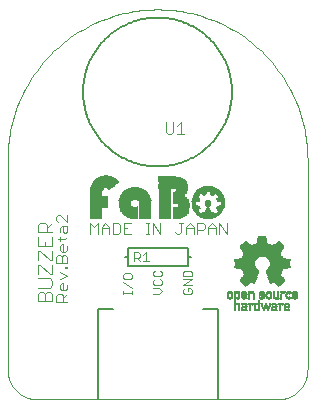
<source format=gto>
G75*
%MOIN*%
%OFA0B0*%
%FSLAX25Y25*%
%IPPOS*%
%LPD*%
%AMOC8*
5,1,8,0,0,1.08239X$1,22.5*
%
%ADD10C,0.00400*%
%ADD11C,0.00300*%
%ADD12C,0.00000*%
%ADD13C,0.00500*%
%ADD14C,0.00800*%
%ADD15R,0.00650X0.00050*%
%ADD16R,0.00950X0.00050*%
%ADD17R,0.00800X0.00050*%
%ADD18R,0.00550X0.00050*%
%ADD19R,0.00600X0.00050*%
%ADD20R,0.01750X0.00050*%
%ADD21R,0.01000X0.00050*%
%ADD22R,0.01200X0.00050*%
%ADD23R,0.01800X0.00050*%
%ADD24R,0.01350X0.00050*%
%ADD25R,0.01900X0.00050*%
%ADD26R,0.00700X0.00050*%
%ADD27R,0.01850X0.00050*%
%ADD28R,0.01500X0.00050*%
%ADD29R,0.01950X0.00050*%
%ADD30R,0.01650X0.00050*%
%ADD31R,0.00750X0.00050*%
%ADD32R,0.02000X0.00050*%
%ADD33R,0.02050X0.00050*%
%ADD34R,0.00850X0.00050*%
%ADD35R,0.02100X0.00050*%
%ADD36R,0.00900X0.00050*%
%ADD37R,0.00450X0.00050*%
%ADD38R,0.00300X0.00050*%
%ADD39R,0.00200X0.00050*%
%ADD40R,0.01050X0.00050*%
%ADD41R,0.00100X0.00050*%
%ADD42R,0.01100X0.00050*%
%ADD43R,0.01150X0.00050*%
%ADD44R,0.02200X0.00050*%
%ADD45R,0.01250X0.00050*%
%ADD46R,0.00150X0.00050*%
%ADD47R,0.00250X0.00050*%
%ADD48R,0.00500X0.00050*%
%ADD49R,0.01550X0.00050*%
%ADD50R,0.01600X0.00050*%
%ADD51R,0.01700X0.00050*%
%ADD52R,0.01400X0.00050*%
%ADD53R,0.01300X0.00050*%
%ADD54R,0.00400X0.00050*%
%ADD55R,0.01450X0.00050*%
%ADD56R,0.02150X0.00050*%
%ADD57R,0.00350X0.00050*%
%ADD58R,0.00050X0.00050*%
%ADD59R,0.02250X0.00050*%
%ADD60R,0.02400X0.00050*%
%ADD61R,0.02500X0.00050*%
%ADD62R,0.02650X0.00050*%
%ADD63R,0.02750X0.00050*%
%ADD64R,0.02900X0.00050*%
%ADD65R,0.03000X0.00050*%
%ADD66R,0.03150X0.00050*%
%ADD67R,0.03250X0.00050*%
%ADD68R,0.04600X0.00050*%
%ADD69R,0.04650X0.00050*%
%ADD70R,0.04750X0.00050*%
%ADD71R,0.04800X0.00050*%
%ADD72R,0.04900X0.00050*%
%ADD73R,0.04950X0.00050*%
%ADD74R,0.05000X0.00050*%
%ADD75R,0.05100X0.00050*%
%ADD76R,0.05150X0.00050*%
%ADD77R,0.05200X0.00050*%
%ADD78R,0.05250X0.00050*%
%ADD79R,0.05050X0.00050*%
%ADD80R,0.04850X0.00050*%
%ADD81R,0.05300X0.00050*%
%ADD82R,0.05350X0.00050*%
%ADD83R,0.05450X0.00050*%
%ADD84R,0.05500X0.00050*%
%ADD85R,0.05550X0.00050*%
%ADD86R,0.05650X0.00050*%
%ADD87R,0.05600X0.00050*%
%ADD88R,0.05400X0.00050*%
%ADD89R,0.05700X0.00050*%
%ADD90R,0.05900X0.00050*%
%ADD91R,0.06150X0.00050*%
%ADD92R,0.06350X0.00050*%
%ADD93R,0.06550X0.00050*%
%ADD94R,0.06850X0.00050*%
%ADD95R,0.07050X0.00050*%
%ADD96R,0.07100X0.00050*%
%ADD97R,0.07000X0.00050*%
%ADD98R,0.06950X0.00050*%
%ADD99R,0.06900X0.00050*%
%ADD100R,0.06800X0.00050*%
%ADD101R,0.06600X0.00050*%
%ADD102R,0.05750X0.00050*%
%ADD103R,0.06050X0.00050*%
%ADD104R,0.13050X0.00050*%
%ADD105R,0.12950X0.00050*%
%ADD106R,0.12850X0.00050*%
%ADD107R,0.12750X0.00050*%
%ADD108R,0.12650X0.00050*%
%ADD109R,0.12550X0.00050*%
%ADD110R,0.12450X0.00050*%
%ADD111R,0.12350X0.00050*%
%ADD112R,0.12250X0.00050*%
%ADD113R,0.12150X0.00050*%
%ADD114R,0.13150X0.00050*%
%ADD115R,0.13250X0.00050*%
%ADD116R,0.13350X0.00050*%
%ADD117R,0.13450X0.00050*%
%ADD118R,0.13550X0.00050*%
%ADD119R,0.13650X0.00050*%
%ADD120R,0.13750X0.00050*%
%ADD121R,0.13850X0.00050*%
%ADD122R,0.13950X0.00050*%
%ADD123R,0.14050X0.00050*%
%ADD124R,0.14150X0.00050*%
%ADD125R,0.14250X0.00050*%
%ADD126R,0.14350X0.00050*%
%ADD127R,0.14450X0.00050*%
%ADD128R,0.14550X0.00050*%
%ADD129R,0.14650X0.00050*%
%ADD130R,0.14750X0.00050*%
%ADD131R,0.14850X0.00050*%
%ADD132R,0.14950X0.00050*%
%ADD133R,0.03450X0.00050*%
%ADD134R,0.06750X0.00050*%
%ADD135R,0.03300X0.00050*%
%ADD136R,0.06450X0.00050*%
%ADD137R,0.03200X0.00050*%
%ADD138R,0.06250X0.00050*%
%ADD139R,0.03050X0.00050*%
%ADD140R,0.05950X0.00050*%
%ADD141R,0.02950X0.00050*%
%ADD142R,0.02850X0.00050*%
%ADD143R,0.02800X0.00050*%
%ADD144R,0.02700X0.00050*%
%ADD145R,0.02600X0.00050*%
%ADD146R,0.02450X0.00050*%
%ADD147R,0.02350X0.00050*%
%ADD148R,0.04550X0.00050*%
%ADD149R,0.04250X0.00050*%
%ADD150R,0.04050X0.00050*%
%ADD151R,0.03750X0.00050*%
%ADD152R,0.03650X0.00050*%
%ADD153R,0.03550X0.00050*%
%ADD154R,0.03350X0.00050*%
%ADD155R,0.01008X0.00048*%
%ADD156R,0.00672X0.00048*%
%ADD157R,0.01776X0.00048*%
%ADD158R,0.01584X0.00048*%
%ADD159R,0.02160X0.00048*%
%ADD160R,0.02208X0.00048*%
%ADD161R,0.02352X0.00048*%
%ADD162R,0.02592X0.00048*%
%ADD163R,0.04272X0.00048*%
%ADD164R,0.02544X0.00048*%
%ADD165R,0.03936X0.00048*%
%ADD166R,0.01008X0.00048*%
%ADD167R,0.02976X0.00048*%
%ADD168R,0.04320X0.00048*%
%ADD169R,0.02736X0.00048*%
%ADD170R,0.03984X0.00048*%
%ADD171R,0.04272X0.00048*%
%ADD172R,0.02016X0.00048*%
%ADD173R,0.03312X0.00048*%
%ADD174R,0.04320X0.00048*%
%ADD175R,0.02880X0.00048*%
%ADD176R,0.03984X0.00048*%
%ADD177R,0.03552X0.00048*%
%ADD178R,0.03024X0.00048*%
%ADD179R,0.02592X0.00048*%
%ADD180R,0.03840X0.00048*%
%ADD181R,0.03120X0.00048*%
%ADD182R,0.02832X0.00048*%
%ADD183R,0.04080X0.00048*%
%ADD184R,0.03216X0.00048*%
%ADD185R,0.02976X0.00048*%
%ADD186R,0.03360X0.00048*%
%ADD187R,0.04512X0.00048*%
%ADD188R,0.03456X0.00048*%
%ADD189R,0.03264X0.00048*%
%ADD190R,0.04752X0.00048*%
%ADD191R,0.04944X0.00048*%
%ADD192R,0.03648X0.00048*%
%ADD193R,0.03456X0.00048*%
%ADD194R,0.05136X0.00048*%
%ADD195R,0.03744X0.00048*%
%ADD196R,0.03552X0.00048*%
%ADD197R,0.05328X0.00048*%
%ADD198R,0.03792X0.00048*%
%ADD199R,0.05472X0.00048*%
%ADD200R,0.03888X0.00048*%
%ADD201R,0.05616X0.00048*%
%ADD202R,0.03840X0.00048*%
%ADD203R,0.05760X0.00048*%
%ADD204R,0.04032X0.00048*%
%ADD205R,0.05952X0.00048*%
%ADD206R,0.04128X0.00048*%
%ADD207R,0.06096X0.00048*%
%ADD208R,0.04176X0.00048*%
%ADD209R,0.06240X0.00048*%
%ADD210R,0.04224X0.00048*%
%ADD211R,0.06336X0.00048*%
%ADD212R,0.04176X0.00048*%
%ADD213R,0.06480X0.00048*%
%ADD214R,0.04368X0.00048*%
%ADD215R,0.04224X0.00048*%
%ADD216R,0.06624X0.00048*%
%ADD217R,0.04464X0.00048*%
%ADD218R,0.06720X0.00048*%
%ADD219R,0.04512X0.00048*%
%ADD220R,0.06864X0.00048*%
%ADD221R,0.04560X0.00048*%
%ADD222R,0.04416X0.00048*%
%ADD223R,0.07008X0.00048*%
%ADD224R,0.04608X0.00048*%
%ADD225R,0.04464X0.00048*%
%ADD226R,0.07104X0.00048*%
%ADD227R,0.04656X0.00048*%
%ADD228R,0.07200X0.00048*%
%ADD229R,0.04704X0.00048*%
%ADD230R,0.07296X0.00048*%
%ADD231R,0.07440X0.00048*%
%ADD232R,0.04800X0.00048*%
%ADD233R,0.07536X0.00048*%
%ADD234R,0.04848X0.00048*%
%ADD235R,0.04704X0.00048*%
%ADD236R,0.07632X0.00048*%
%ADD237R,0.04896X0.00048*%
%ADD238R,0.04752X0.00048*%
%ADD239R,0.07728X0.00048*%
%ADD240R,0.04944X0.00048*%
%ADD241R,0.04800X0.00048*%
%ADD242R,0.07824X0.00048*%
%ADD243R,0.04992X0.00048*%
%ADD244R,0.07920X0.00048*%
%ADD245R,0.05040X0.00048*%
%ADD246R,0.08016X0.00048*%
%ADD247R,0.05088X0.00048*%
%ADD248R,0.08064X0.00048*%
%ADD249R,0.01536X0.00048*%
%ADD250R,0.04704X0.00048*%
%ADD251R,0.05184X0.00048*%
%ADD252R,0.01536X0.00048*%
%ADD253R,0.04560X0.00048*%
%ADD254R,0.05232X0.00048*%
%ADD255R,0.05280X0.00048*%
%ADD256R,0.05280X0.00048*%
%ADD257R,0.01488X0.00048*%
%ADD258R,0.05088X0.00048*%
%ADD259R,0.01488X0.00048*%
%ADD260R,0.05376X0.00048*%
%ADD261R,0.03840X0.00048*%
%ADD262R,0.05424X0.00048*%
%ADD263R,0.05136X0.00048*%
%ADD264R,0.00576X0.00048*%
%ADD265R,0.02304X0.00048*%
%ADD266R,0.00624X0.00048*%
%ADD267R,0.05424X0.00048*%
%ADD268R,0.05184X0.00048*%
%ADD269R,0.00432X0.00048*%
%ADD270R,0.02208X0.00048*%
%ADD271R,0.01440X0.00048*%
%ADD272R,0.00288X0.00048*%
%ADD273R,0.02160X0.00048*%
%ADD274R,0.05520X0.00048*%
%ADD275R,0.05232X0.00048*%
%ADD276R,0.01440X0.00048*%
%ADD277R,0.00144X0.00048*%
%ADD278R,0.02112X0.00048*%
%ADD279R,0.00096X0.00048*%
%ADD280R,0.05568X0.00048*%
%ADD281R,0.02064X0.00048*%
%ADD282R,0.05568X0.00048*%
%ADD283R,0.01392X0.00048*%
%ADD284R,0.05616X0.00048*%
%ADD285R,0.05328X0.00048*%
%ADD286R,0.01392X0.00048*%
%ADD287R,0.02016X0.00048*%
%ADD288R,0.01968X0.00048*%
%ADD289R,0.01392X0.00048*%
%ADD290R,0.05664X0.00048*%
%ADD291R,0.01920X0.00048*%
%ADD292R,0.01344X0.00048*%
%ADD293R,0.05712X0.00048*%
%ADD294R,0.01872X0.00048*%
%ADD295R,0.05712X0.00048*%
%ADD296R,0.05376X0.00048*%
%ADD297R,0.01824X0.00048*%
%ADD298R,0.01824X0.00048*%
%ADD299R,0.05760X0.00048*%
%ADD300R,0.01776X0.00048*%
%ADD301R,0.05808X0.00048*%
%ADD302R,0.01584X0.00048*%
%ADD303R,0.01728X0.00048*%
%ADD304R,0.05808X0.00048*%
%ADD305R,0.05472X0.00048*%
%ADD306R,0.01632X0.00048*%
%ADD307R,0.01680X0.00048*%
%ADD308R,0.05856X0.00048*%
%ADD309R,0.01728X0.00048*%
%ADD310R,0.01632X0.00048*%
%ADD311R,0.01680X0.00048*%
%ADD312R,0.05856X0.00048*%
%ADD313R,0.01728X0.00048*%
%ADD314R,0.05904X0.00048*%
%ADD315R,0.05520X0.00048*%
%ADD316R,0.01920X0.00048*%
%ADD317R,0.01920X0.00048*%
%ADD318R,0.05952X0.00048*%
%ADD319R,0.01968X0.00048*%
%ADD320R,0.01440X0.00048*%
%ADD321R,0.06000X0.00048*%
%ADD322R,0.02064X0.00048*%
%ADD323R,0.06000X0.00048*%
%ADD324R,0.02112X0.00048*%
%ADD325R,0.01344X0.00048*%
%ADD326R,0.06048X0.00048*%
%ADD327R,0.01296X0.00048*%
%ADD328R,0.06048X0.00048*%
%ADD329R,0.02256X0.00048*%
%ADD330R,0.01248X0.00048*%
%ADD331R,0.02304X0.00048*%
%ADD332R,0.01200X0.00048*%
%ADD333R,0.01152X0.00048*%
%ADD334R,0.06096X0.00048*%
%ADD335R,0.02400X0.00048*%
%ADD336R,0.01152X0.00048*%
%ADD337R,0.02352X0.00048*%
%ADD338R,0.06144X0.00048*%
%ADD339R,0.02400X0.00048*%
%ADD340R,0.01104X0.00048*%
%ADD341R,0.06144X0.00048*%
%ADD342R,0.01056X0.00048*%
%ADD343R,0.06192X0.00048*%
%ADD344R,0.00960X0.00048*%
%ADD345R,0.06192X0.00048*%
%ADD346R,0.00912X0.00048*%
%ADD347R,0.00864X0.00048*%
%ADD348R,0.04896X0.00048*%
%ADD349R,0.04848X0.00048*%
%ADD350R,0.00864X0.00048*%
%ADD351R,0.00480X0.00048*%
%ADD352R,0.00816X0.00048*%
%ADD353R,0.04656X0.00048*%
%ADD354R,0.00336X0.00048*%
%ADD355R,0.04128X0.00048*%
%ADD356R,0.00768X0.00048*%
%ADD357R,0.00240X0.00048*%
%ADD358R,0.04032X0.00048*%
%ADD359R,0.00768X0.00048*%
%ADD360R,0.03936X0.00048*%
%ADD361R,0.00816X0.00048*%
%ADD362R,0.00048X0.00048*%
%ADD363R,0.03888X0.00048*%
%ADD364R,0.04416X0.00048*%
%ADD365R,0.02304X0.00048*%
%ADD366R,0.04368X0.00048*%
%ADD367R,0.03792X0.00048*%
%ADD368R,0.01440X0.00048*%
%ADD369R,0.01728X0.00048*%
%ADD370R,0.01296X0.00048*%
%ADD371R,0.01872X0.00048*%
%ADD372R,0.03744X0.00048*%
%ADD373R,0.04080X0.00048*%
%ADD374R,0.05520X0.00048*%
%ADD375R,0.04176X0.00048*%
%ADD376R,0.04176X0.00048*%
%ADD377R,0.02112X0.00048*%
%ADD378R,0.02448X0.00048*%
%ADD379R,0.02496X0.00048*%
%ADD380R,0.02496X0.00048*%
%ADD381R,0.02448X0.00048*%
%ADD382R,0.04320X0.00048*%
%ADD383R,0.02544X0.00048*%
%ADD384R,0.00528X0.00048*%
%ADD385R,0.05040X0.00048*%
%ADD386R,0.02640X0.00048*%
%ADD387R,0.04656X0.00048*%
%ADD388R,0.04992X0.00048*%
%ADD389R,0.02640X0.00048*%
%ADD390R,0.04992X0.00048*%
%ADD391R,0.10560X0.00048*%
%ADD392R,0.02688X0.00048*%
%ADD393R,0.10512X0.00048*%
%ADD394R,0.04848X0.00048*%
%ADD395R,0.10512X0.00048*%
%ADD396R,0.10464X0.00048*%
%ADD397R,0.10416X0.00048*%
%ADD398R,0.02448X0.00048*%
%ADD399R,0.10416X0.00048*%
%ADD400R,0.02448X0.00048*%
%ADD401R,0.10320X0.00048*%
%ADD402R,0.10320X0.00048*%
%ADD403R,0.02256X0.00048*%
%ADD404R,0.02256X0.00048*%
%ADD405R,0.10224X0.00048*%
%ADD406R,0.10224X0.00048*%
%ADD407R,0.10176X0.00048*%
%ADD408R,0.02112X0.00048*%
%ADD409R,0.10176X0.00048*%
%ADD410R,0.02064X0.00048*%
%ADD411R,0.10128X0.00048*%
%ADD412R,0.10080X0.00048*%
%ADD413R,0.01920X0.00048*%
%ADD414R,0.09984X0.00048*%
%ADD415R,0.03840X0.00048*%
%ADD416R,0.09984X0.00048*%
%ADD417R,0.01776X0.00048*%
%ADD418R,0.09888X0.00048*%
%ADD419R,0.03648X0.00048*%
%ADD420R,0.09888X0.00048*%
%ADD421R,0.09792X0.00048*%
%ADD422R,0.09792X0.00048*%
%ADD423R,0.03504X0.00048*%
%ADD424R,0.09744X0.00048*%
%ADD425R,0.03600X0.00048*%
%ADD426R,0.09696X0.00048*%
%ADD427R,0.00096X0.00048*%
%ADD428R,0.09648X0.00048*%
%ADD429R,0.03696X0.00048*%
%ADD430R,0.09600X0.00048*%
%ADD431R,0.00480X0.00048*%
%ADD432R,0.09552X0.00048*%
%ADD433R,0.00672X0.00048*%
%ADD434R,0.09456X0.00048*%
%ADD435R,0.09456X0.00048*%
%ADD436R,0.01056X0.00048*%
%ADD437R,0.09360X0.00048*%
%ADD438R,0.01200X0.00048*%
%ADD439R,0.09264X0.00048*%
%ADD440R,0.01248X0.00048*%
%ADD441R,0.09264X0.00048*%
%ADD442R,0.09168X0.00048*%
%ADD443R,0.01392X0.00048*%
%ADD444R,0.09120X0.00048*%
%ADD445R,0.09072X0.00048*%
%ADD446R,0.01584X0.00048*%
%ADD447R,0.08976X0.00048*%
%ADD448R,0.08928X0.00048*%
%ADD449R,0.08832X0.00048*%
%ADD450R,0.08784X0.00048*%
%ADD451R,0.08736X0.00048*%
%ADD452R,0.03792X0.00048*%
%ADD453R,0.08640X0.00048*%
%ADD454R,0.08544X0.00048*%
%ADD455R,0.08448X0.00048*%
%ADD456R,0.08400X0.00048*%
%ADD457R,0.03696X0.00048*%
%ADD458R,0.08304X0.00048*%
%ADD459R,0.08208X0.00048*%
%ADD460R,0.08112X0.00048*%
%ADD461R,0.03648X0.00048*%
%ADD462R,0.03984X0.00048*%
%ADD463R,0.07968X0.00048*%
%ADD464R,0.03600X0.00048*%
%ADD465R,0.07824X0.00048*%
%ADD466R,0.07728X0.00048*%
%ADD467R,0.03504X0.00048*%
%ADD468R,0.07632X0.00048*%
%ADD469R,0.07536X0.00048*%
%ADD470R,0.03648X0.00048*%
%ADD471R,0.08064X0.00048*%
%ADD472R,0.07440X0.00048*%
%ADD473R,0.08016X0.00048*%
%ADD474R,0.07344X0.00048*%
%ADD475R,0.07920X0.00048*%
%ADD476R,0.07248X0.00048*%
%ADD477R,0.07152X0.00048*%
%ADD478R,0.06960X0.00048*%
%ADD479R,0.06864X0.00048*%
%ADD480R,0.06720X0.00048*%
%ADD481R,0.06576X0.00048*%
%ADD482R,0.06480X0.00048*%
%ADD483R,0.07200X0.00048*%
%ADD484R,0.07104X0.00048*%
%ADD485R,0.04320X0.00048*%
%ADD486R,0.06192X0.00048*%
%ADD487R,0.07008X0.00048*%
%ADD488R,0.00192X0.00048*%
%ADD489R,0.06048X0.00048*%
%ADD490R,0.00384X0.00048*%
%ADD491R,0.05712X0.00048*%
%ADD492R,0.06336X0.00048*%
%ADD493R,0.06240X0.00048*%
%ADD494R,0.04128X0.00048*%
%ADD495R,0.03984X0.00048*%
%ADD496R,0.04512X0.00048*%
%ADD497R,0.09744X0.00048*%
%ADD498R,0.02976X0.00048*%
%ADD499R,0.07248X0.00048*%
%ADD500R,0.07344X0.00048*%
%ADD501R,0.07488X0.00048*%
%ADD502R,0.07488X0.00048*%
%ADD503R,0.07584X0.00048*%
%ADD504R,0.07680X0.00048*%
%ADD505R,0.00624X0.00048*%
%ADD506R,0.07872X0.00048*%
%ADD507R,0.09696X0.00048*%
%ADD508R,0.07920X0.00048*%
%ADD509R,0.07968X0.00048*%
%ADD510R,0.08064X0.00048*%
%ADD511R,0.08160X0.00048*%
%ADD512R,0.08160X0.00048*%
%ADD513R,0.09648X0.00048*%
%ADD514R,0.08208X0.00048*%
%ADD515R,0.08256X0.00048*%
%ADD516R,0.08304X0.00048*%
%ADD517R,0.09600X0.00048*%
%ADD518R,0.08352X0.00048*%
%ADD519R,0.08400X0.00048*%
%ADD520R,0.08448X0.00048*%
%ADD521R,0.09552X0.00048*%
%ADD522R,0.08448X0.00048*%
%ADD523R,0.08496X0.00048*%
%ADD524R,0.09504X0.00048*%
%ADD525R,0.08592X0.00048*%
%ADD526R,0.09504X0.00048*%
%ADD527R,0.08640X0.00048*%
%ADD528R,0.08688X0.00048*%
%ADD529R,0.09408X0.00048*%
%ADD530R,0.08688X0.00048*%
%ADD531R,0.08592X0.00048*%
%ADD532R,0.08544X0.00048*%
%ADD533R,0.09360X0.00048*%
%ADD534R,0.08448X0.00048*%
%ADD535R,0.09312X0.00048*%
%ADD536R,0.08352X0.00048*%
%ADD537R,0.09312X0.00048*%
%ADD538R,0.08256X0.00048*%
%ADD539R,0.08256X0.00048*%
%ADD540R,0.09216X0.00048*%
%ADD541R,0.09168X0.00048*%
%ADD542R,0.07776X0.00048*%
%ADD543R,0.09024X0.00048*%
%ADD544R,0.07680X0.00048*%
%ADD545R,0.09024X0.00048*%
%ADD546R,0.07584X0.00048*%
%ADD547R,0.07392X0.00048*%
%ADD548R,0.08880X0.00048*%
%ADD549R,0.07296X0.00048*%
%ADD550R,0.08832X0.00048*%
%ADD551R,0.08784X0.00048*%
%ADD552R,0.07104X0.00048*%
%ADD553R,0.06912X0.00048*%
%ADD554R,0.06768X0.00048*%
%ADD555R,0.06624X0.00048*%
%ADD556R,0.06528X0.00048*%
%ADD557R,0.06384X0.00048*%
%ADD558R,0.06240X0.00048*%
%ADD559R,0.05856X0.00048*%
%ADD560R,0.05184X0.00048*%
%ADD561R,0.06912X0.00048*%
%ADD562R,0.06288X0.00048*%
%ADD563R,0.03456X0.00048*%
%ADD564R,0.03120X0.00048*%
%ADD565R,0.02784X0.00048*%
D10*
X0016996Y0056706D02*
X0016996Y0059008D01*
X0017763Y0059775D01*
X0018531Y0059775D01*
X0019298Y0059008D01*
X0019298Y0056706D01*
X0019298Y0059008D02*
X0020065Y0059775D01*
X0020833Y0059775D01*
X0021600Y0059008D01*
X0021600Y0056706D01*
X0016996Y0056706D01*
X0016996Y0061310D02*
X0020833Y0061310D01*
X0021600Y0062077D01*
X0021600Y0063612D01*
X0020833Y0064379D01*
X0016996Y0064379D01*
X0016996Y0065914D02*
X0016996Y0068983D01*
X0017763Y0068983D01*
X0020833Y0065914D01*
X0021600Y0065914D01*
X0021600Y0068983D01*
X0021600Y0070518D02*
X0020833Y0070518D01*
X0017763Y0073587D01*
X0016996Y0073587D01*
X0016996Y0070518D01*
X0016996Y0075122D02*
X0021600Y0075122D01*
X0021600Y0078191D01*
X0021600Y0079726D02*
X0016996Y0079726D01*
X0016996Y0082027D01*
X0017763Y0082795D01*
X0019298Y0082795D01*
X0020065Y0082027D01*
X0020065Y0079726D01*
X0020065Y0081260D02*
X0021600Y0082795D01*
X0019298Y0076656D02*
X0019298Y0075122D01*
X0016996Y0075122D02*
X0016996Y0078191D01*
X0021600Y0073587D02*
X0021600Y0070518D01*
D11*
X0022947Y0071398D02*
X0023564Y0072016D01*
X0024181Y0072016D01*
X0024798Y0071398D01*
X0024798Y0069547D01*
X0026033Y0068323D02*
X0026650Y0068323D01*
X0026650Y0067705D01*
X0026033Y0067705D01*
X0026033Y0068323D01*
X0026650Y0069547D02*
X0026650Y0071398D01*
X0026033Y0072016D01*
X0025416Y0072016D01*
X0024798Y0071398D01*
X0024798Y0073230D02*
X0024181Y0073847D01*
X0024181Y0075082D01*
X0024798Y0075699D01*
X0025416Y0075699D01*
X0025416Y0073230D01*
X0026033Y0073230D02*
X0024798Y0073230D01*
X0026033Y0073230D02*
X0026650Y0073847D01*
X0026650Y0075082D01*
X0026033Y0077530D02*
X0026650Y0078148D01*
X0026033Y0077530D02*
X0023564Y0077530D01*
X0024181Y0076913D02*
X0024181Y0078148D01*
X0024181Y0079986D02*
X0024181Y0081220D01*
X0024798Y0081837D01*
X0026650Y0081837D01*
X0026650Y0079986D01*
X0026033Y0079369D01*
X0025416Y0079986D01*
X0025416Y0081837D01*
X0026650Y0083052D02*
X0024181Y0085521D01*
X0023564Y0085521D01*
X0022947Y0084903D01*
X0022947Y0083669D01*
X0023564Y0083052D01*
X0026650Y0083052D02*
X0026650Y0085521D01*
X0034450Y0082859D02*
X0034450Y0079156D01*
X0035684Y0081625D02*
X0036919Y0082859D01*
X0036919Y0079156D01*
X0038133Y0079156D02*
X0038133Y0081625D01*
X0039368Y0082859D01*
X0040602Y0081625D01*
X0040602Y0079156D01*
X0041816Y0079156D02*
X0043668Y0079156D01*
X0044285Y0079773D01*
X0044285Y0082242D01*
X0043668Y0082859D01*
X0041816Y0082859D01*
X0041816Y0079156D01*
X0040602Y0081007D02*
X0038133Y0081007D01*
X0035684Y0081625D02*
X0034450Y0082859D01*
X0026650Y0069547D02*
X0022947Y0069547D01*
X0022947Y0071398D01*
X0024181Y0066491D02*
X0026650Y0065257D01*
X0024181Y0064022D01*
X0024798Y0062808D02*
X0025416Y0062808D01*
X0025416Y0060339D01*
X0026033Y0060339D02*
X0024798Y0060339D01*
X0024181Y0060956D01*
X0024181Y0062191D01*
X0024798Y0062808D01*
X0026650Y0062191D02*
X0026650Y0060956D01*
X0026033Y0060339D01*
X0026650Y0059125D02*
X0025416Y0057890D01*
X0025416Y0058507D02*
X0025416Y0056656D01*
X0026650Y0056656D02*
X0022947Y0056656D01*
X0022947Y0058507D01*
X0023564Y0059125D01*
X0024798Y0059125D01*
X0025416Y0058507D01*
X0045348Y0059156D02*
X0045348Y0060123D01*
X0045348Y0059640D02*
X0048250Y0059640D01*
X0048250Y0060123D02*
X0048250Y0059156D01*
X0048250Y0061120D02*
X0045348Y0063055D01*
X0045831Y0064067D02*
X0045348Y0064551D01*
X0045348Y0065518D01*
X0045831Y0066002D01*
X0047766Y0066002D01*
X0048250Y0065518D01*
X0048250Y0064551D01*
X0047766Y0064067D01*
X0045831Y0064067D01*
X0048950Y0070156D02*
X0048950Y0073058D01*
X0050401Y0073058D01*
X0050885Y0072575D01*
X0050885Y0071607D01*
X0050401Y0071123D01*
X0048950Y0071123D01*
X0049917Y0071123D02*
X0050885Y0070156D01*
X0051897Y0070156D02*
X0053831Y0070156D01*
X0052864Y0070156D02*
X0052864Y0073058D01*
X0051897Y0072091D01*
X0055831Y0066984D02*
X0055348Y0066500D01*
X0055348Y0065533D01*
X0055831Y0065049D01*
X0057766Y0065049D01*
X0058250Y0065533D01*
X0058250Y0066500D01*
X0057766Y0066984D01*
X0057766Y0064037D02*
X0058250Y0063554D01*
X0058250Y0062586D01*
X0057766Y0062102D01*
X0055831Y0062102D01*
X0055348Y0062586D01*
X0055348Y0063554D01*
X0055831Y0064037D01*
X0055348Y0061091D02*
X0057283Y0061091D01*
X0058250Y0060123D01*
X0057283Y0059156D01*
X0055348Y0059156D01*
X0065348Y0059640D02*
X0065831Y0059156D01*
X0067766Y0059156D01*
X0068250Y0059640D01*
X0068250Y0060607D01*
X0067766Y0061091D01*
X0066799Y0061091D01*
X0066799Y0060123D01*
X0065831Y0061091D02*
X0065348Y0060607D01*
X0065348Y0059640D01*
X0065348Y0062102D02*
X0068250Y0064037D01*
X0065348Y0064037D01*
X0065348Y0065049D02*
X0065348Y0066500D01*
X0065831Y0066984D01*
X0067766Y0066984D01*
X0068250Y0066500D01*
X0068250Y0065049D01*
X0065348Y0065049D01*
X0065348Y0062102D02*
X0068250Y0062102D01*
X0068839Y0079156D02*
X0068839Y0081625D01*
X0067605Y0082859D01*
X0066371Y0081625D01*
X0066371Y0079156D01*
X0066371Y0081007D02*
X0068839Y0081007D01*
X0070054Y0080390D02*
X0071905Y0080390D01*
X0072523Y0081007D01*
X0072523Y0082242D01*
X0071905Y0082859D01*
X0070054Y0082859D01*
X0070054Y0079156D01*
X0073737Y0079156D02*
X0073737Y0081625D01*
X0074971Y0082859D01*
X0076206Y0081625D01*
X0076206Y0079156D01*
X0077420Y0079156D02*
X0077420Y0082859D01*
X0079889Y0079156D01*
X0079889Y0082859D01*
X0076206Y0081007D02*
X0073737Y0081007D01*
X0065156Y0082859D02*
X0063922Y0082859D01*
X0064539Y0082859D02*
X0064539Y0079773D01*
X0063922Y0079156D01*
X0063305Y0079156D01*
X0062687Y0079773D01*
X0057790Y0079156D02*
X0057790Y0082859D01*
X0055321Y0082859D02*
X0055321Y0079156D01*
X0054100Y0079156D02*
X0052866Y0079156D01*
X0053483Y0079156D02*
X0053483Y0082859D01*
X0052866Y0082859D02*
X0054100Y0082859D01*
X0055321Y0082859D02*
X0057790Y0079156D01*
X0047968Y0079156D02*
X0045499Y0079156D01*
X0045499Y0082859D01*
X0047968Y0082859D01*
X0046734Y0081007D02*
X0045499Y0081007D01*
X0060201Y0112656D02*
X0061435Y0112656D01*
X0062052Y0113273D01*
X0062052Y0116359D01*
X0063267Y0115125D02*
X0064501Y0116359D01*
X0064501Y0112656D01*
X0063267Y0112656D02*
X0065736Y0112656D01*
X0060201Y0112656D02*
X0059584Y0113273D01*
X0059584Y0116359D01*
D12*
X0096800Y0024006D02*
X0016800Y0024006D01*
X0016558Y0024009D01*
X0016317Y0024018D01*
X0016076Y0024032D01*
X0015835Y0024053D01*
X0015595Y0024079D01*
X0015355Y0024111D01*
X0015116Y0024149D01*
X0014879Y0024192D01*
X0014642Y0024242D01*
X0014407Y0024297D01*
X0014173Y0024357D01*
X0013941Y0024424D01*
X0013710Y0024495D01*
X0013481Y0024573D01*
X0013254Y0024656D01*
X0013029Y0024744D01*
X0012806Y0024838D01*
X0012586Y0024937D01*
X0012368Y0025042D01*
X0012153Y0025151D01*
X0011940Y0025266D01*
X0011730Y0025386D01*
X0011524Y0025511D01*
X0011320Y0025641D01*
X0011119Y0025776D01*
X0010922Y0025916D01*
X0010728Y0026060D01*
X0010538Y0026209D01*
X0010352Y0026363D01*
X0010169Y0026521D01*
X0009990Y0026683D01*
X0009815Y0026850D01*
X0009644Y0027021D01*
X0009477Y0027196D01*
X0009315Y0027375D01*
X0009157Y0027558D01*
X0009003Y0027744D01*
X0008854Y0027934D01*
X0008710Y0028128D01*
X0008570Y0028325D01*
X0008435Y0028526D01*
X0008305Y0028730D01*
X0008180Y0028936D01*
X0008060Y0029146D01*
X0007945Y0029359D01*
X0007836Y0029574D01*
X0007731Y0029792D01*
X0007632Y0030012D01*
X0007538Y0030235D01*
X0007450Y0030460D01*
X0007367Y0030687D01*
X0007289Y0030916D01*
X0007218Y0031147D01*
X0007151Y0031379D01*
X0007091Y0031613D01*
X0007036Y0031848D01*
X0006986Y0032085D01*
X0006943Y0032322D01*
X0006905Y0032561D01*
X0006873Y0032801D01*
X0006847Y0033041D01*
X0006826Y0033282D01*
X0006812Y0033523D01*
X0006803Y0033764D01*
X0006800Y0034006D01*
X0006800Y0104006D01*
X0006815Y0105224D01*
X0006859Y0106440D01*
X0006933Y0107656D01*
X0007037Y0108869D01*
X0007170Y0110079D01*
X0007333Y0111286D01*
X0007525Y0112488D01*
X0007746Y0113686D01*
X0007996Y0114878D01*
X0008275Y0116063D01*
X0008583Y0117241D01*
X0008920Y0118411D01*
X0009285Y0119573D01*
X0009678Y0120725D01*
X0010099Y0121868D01*
X0010548Y0122999D01*
X0011024Y0124120D01*
X0011528Y0125229D01*
X0012058Y0126325D01*
X0012615Y0127408D01*
X0013198Y0128477D01*
X0013806Y0129531D01*
X0014441Y0130571D01*
X0015100Y0131594D01*
X0015784Y0132602D01*
X0016493Y0133592D01*
X0017225Y0134565D01*
X0017981Y0135519D01*
X0018760Y0136455D01*
X0019561Y0137372D01*
X0020385Y0138269D01*
X0021230Y0139145D01*
X0022096Y0140001D01*
X0022983Y0140836D01*
X0023890Y0141648D01*
X0024816Y0142438D01*
X0025762Y0143206D01*
X0026725Y0143950D01*
X0027707Y0144670D01*
X0028706Y0145367D01*
X0029721Y0146039D01*
X0030753Y0146686D01*
X0031800Y0147307D01*
X0032862Y0147903D01*
X0033938Y0148473D01*
X0035027Y0149017D01*
X0036130Y0149533D01*
X0037245Y0150023D01*
X0038371Y0150486D01*
X0039508Y0150921D01*
X0040656Y0151328D01*
X0041813Y0151707D01*
X0042979Y0152058D01*
X0044153Y0152380D01*
X0045335Y0152674D01*
X0046524Y0152939D01*
X0047718Y0153174D01*
X0048918Y0153381D01*
X0050123Y0153558D01*
X0051331Y0153706D01*
X0052543Y0153824D01*
X0053758Y0153913D01*
X0054974Y0153973D01*
X0056191Y0154002D01*
X0057409Y0154002D01*
X0058626Y0153973D01*
X0059842Y0153913D01*
X0061057Y0153824D01*
X0062269Y0153706D01*
X0063477Y0153558D01*
X0064682Y0153381D01*
X0065882Y0153174D01*
X0067076Y0152939D01*
X0068265Y0152674D01*
X0069447Y0152380D01*
X0070621Y0152058D01*
X0071787Y0151707D01*
X0072944Y0151328D01*
X0074092Y0150921D01*
X0075229Y0150486D01*
X0076355Y0150023D01*
X0077470Y0149533D01*
X0078573Y0149017D01*
X0079662Y0148473D01*
X0080738Y0147903D01*
X0081800Y0147307D01*
X0082847Y0146686D01*
X0083879Y0146039D01*
X0084894Y0145367D01*
X0085893Y0144670D01*
X0086875Y0143950D01*
X0087838Y0143206D01*
X0088784Y0142438D01*
X0089710Y0141648D01*
X0090617Y0140836D01*
X0091504Y0140001D01*
X0092370Y0139145D01*
X0093215Y0138269D01*
X0094039Y0137372D01*
X0094840Y0136455D01*
X0095619Y0135519D01*
X0096375Y0134565D01*
X0097107Y0133592D01*
X0097816Y0132602D01*
X0098500Y0131594D01*
X0099159Y0130571D01*
X0099794Y0129531D01*
X0100402Y0128477D01*
X0100985Y0127408D01*
X0101542Y0126325D01*
X0102072Y0125229D01*
X0102576Y0124120D01*
X0103052Y0122999D01*
X0103501Y0121868D01*
X0103922Y0120725D01*
X0104315Y0119573D01*
X0104680Y0118411D01*
X0105017Y0117241D01*
X0105325Y0116063D01*
X0105604Y0114878D01*
X0105854Y0113686D01*
X0106075Y0112488D01*
X0106267Y0111286D01*
X0106430Y0110079D01*
X0106563Y0108869D01*
X0106667Y0107656D01*
X0106741Y0106440D01*
X0106785Y0105224D01*
X0106800Y0104006D01*
X0106800Y0034006D01*
X0106797Y0033764D01*
X0106788Y0033523D01*
X0106774Y0033282D01*
X0106753Y0033041D01*
X0106727Y0032801D01*
X0106695Y0032561D01*
X0106657Y0032322D01*
X0106614Y0032085D01*
X0106564Y0031848D01*
X0106509Y0031613D01*
X0106449Y0031379D01*
X0106382Y0031147D01*
X0106311Y0030916D01*
X0106233Y0030687D01*
X0106150Y0030460D01*
X0106062Y0030235D01*
X0105968Y0030012D01*
X0105869Y0029792D01*
X0105764Y0029574D01*
X0105655Y0029359D01*
X0105540Y0029146D01*
X0105420Y0028936D01*
X0105295Y0028730D01*
X0105165Y0028526D01*
X0105030Y0028325D01*
X0104890Y0028128D01*
X0104746Y0027934D01*
X0104597Y0027744D01*
X0104443Y0027558D01*
X0104285Y0027375D01*
X0104123Y0027196D01*
X0103956Y0027021D01*
X0103785Y0026850D01*
X0103610Y0026683D01*
X0103431Y0026521D01*
X0103248Y0026363D01*
X0103062Y0026209D01*
X0102872Y0026060D01*
X0102678Y0025916D01*
X0102481Y0025776D01*
X0102280Y0025641D01*
X0102076Y0025511D01*
X0101870Y0025386D01*
X0101660Y0025266D01*
X0101447Y0025151D01*
X0101232Y0025042D01*
X0101014Y0024937D01*
X0100794Y0024838D01*
X0100571Y0024744D01*
X0100346Y0024656D01*
X0100119Y0024573D01*
X0099890Y0024495D01*
X0099659Y0024424D01*
X0099427Y0024357D01*
X0099193Y0024297D01*
X0098958Y0024242D01*
X0098721Y0024192D01*
X0098484Y0024149D01*
X0098245Y0024111D01*
X0098005Y0024079D01*
X0097765Y0024053D01*
X0097524Y0024032D01*
X0097283Y0024018D01*
X0097042Y0024009D01*
X0096800Y0024006D01*
D13*
X0076800Y0024006D02*
X0076800Y0054006D01*
X0071800Y0054006D01*
X0041800Y0054006D02*
X0036800Y0054006D01*
X0036800Y0024006D01*
X0031997Y0126506D02*
X0032004Y0127115D01*
X0032027Y0127723D01*
X0032064Y0128331D01*
X0032116Y0128937D01*
X0032184Y0129542D01*
X0032265Y0130145D01*
X0032362Y0130746D01*
X0032474Y0131345D01*
X0032600Y0131940D01*
X0032740Y0132533D01*
X0032895Y0133121D01*
X0033065Y0133706D01*
X0033249Y0134286D01*
X0033447Y0134862D01*
X0033659Y0135432D01*
X0033885Y0135998D01*
X0034125Y0136557D01*
X0034378Y0137111D01*
X0034645Y0137658D01*
X0034926Y0138198D01*
X0035219Y0138731D01*
X0035526Y0139257D01*
X0035845Y0139776D01*
X0036177Y0140286D01*
X0036521Y0140788D01*
X0036878Y0141281D01*
X0037247Y0141766D01*
X0037627Y0142241D01*
X0038019Y0142707D01*
X0038422Y0143163D01*
X0038836Y0143609D01*
X0039262Y0144044D01*
X0039697Y0144470D01*
X0040143Y0144884D01*
X0040599Y0145287D01*
X0041065Y0145679D01*
X0041540Y0146059D01*
X0042025Y0146428D01*
X0042518Y0146785D01*
X0043020Y0147129D01*
X0043530Y0147461D01*
X0044049Y0147780D01*
X0044575Y0148087D01*
X0045108Y0148380D01*
X0045648Y0148661D01*
X0046195Y0148928D01*
X0046749Y0149181D01*
X0047308Y0149421D01*
X0047874Y0149647D01*
X0048444Y0149859D01*
X0049020Y0150057D01*
X0049600Y0150241D01*
X0050185Y0150411D01*
X0050773Y0150566D01*
X0051366Y0150706D01*
X0051961Y0150832D01*
X0052560Y0150944D01*
X0053161Y0151041D01*
X0053764Y0151122D01*
X0054369Y0151190D01*
X0054975Y0151242D01*
X0055583Y0151279D01*
X0056191Y0151302D01*
X0056800Y0151309D01*
X0057409Y0151302D01*
X0058017Y0151279D01*
X0058625Y0151242D01*
X0059231Y0151190D01*
X0059836Y0151122D01*
X0060439Y0151041D01*
X0061040Y0150944D01*
X0061639Y0150832D01*
X0062234Y0150706D01*
X0062827Y0150566D01*
X0063415Y0150411D01*
X0064000Y0150241D01*
X0064580Y0150057D01*
X0065156Y0149859D01*
X0065726Y0149647D01*
X0066292Y0149421D01*
X0066851Y0149181D01*
X0067405Y0148928D01*
X0067952Y0148661D01*
X0068492Y0148380D01*
X0069025Y0148087D01*
X0069551Y0147780D01*
X0070070Y0147461D01*
X0070580Y0147129D01*
X0071082Y0146785D01*
X0071575Y0146428D01*
X0072060Y0146059D01*
X0072535Y0145679D01*
X0073001Y0145287D01*
X0073457Y0144884D01*
X0073903Y0144470D01*
X0074338Y0144044D01*
X0074764Y0143609D01*
X0075178Y0143163D01*
X0075581Y0142707D01*
X0075973Y0142241D01*
X0076353Y0141766D01*
X0076722Y0141281D01*
X0077079Y0140788D01*
X0077423Y0140286D01*
X0077755Y0139776D01*
X0078074Y0139257D01*
X0078381Y0138731D01*
X0078674Y0138198D01*
X0078955Y0137658D01*
X0079222Y0137111D01*
X0079475Y0136557D01*
X0079715Y0135998D01*
X0079941Y0135432D01*
X0080153Y0134862D01*
X0080351Y0134286D01*
X0080535Y0133706D01*
X0080705Y0133121D01*
X0080860Y0132533D01*
X0081000Y0131940D01*
X0081126Y0131345D01*
X0081238Y0130746D01*
X0081335Y0130145D01*
X0081416Y0129542D01*
X0081484Y0128937D01*
X0081536Y0128331D01*
X0081573Y0127723D01*
X0081596Y0127115D01*
X0081603Y0126506D01*
X0081596Y0125897D01*
X0081573Y0125289D01*
X0081536Y0124681D01*
X0081484Y0124075D01*
X0081416Y0123470D01*
X0081335Y0122867D01*
X0081238Y0122266D01*
X0081126Y0121667D01*
X0081000Y0121072D01*
X0080860Y0120479D01*
X0080705Y0119891D01*
X0080535Y0119306D01*
X0080351Y0118726D01*
X0080153Y0118150D01*
X0079941Y0117580D01*
X0079715Y0117014D01*
X0079475Y0116455D01*
X0079222Y0115901D01*
X0078955Y0115354D01*
X0078674Y0114814D01*
X0078381Y0114281D01*
X0078074Y0113755D01*
X0077755Y0113236D01*
X0077423Y0112726D01*
X0077079Y0112224D01*
X0076722Y0111731D01*
X0076353Y0111246D01*
X0075973Y0110771D01*
X0075581Y0110305D01*
X0075178Y0109849D01*
X0074764Y0109403D01*
X0074338Y0108968D01*
X0073903Y0108542D01*
X0073457Y0108128D01*
X0073001Y0107725D01*
X0072535Y0107333D01*
X0072060Y0106953D01*
X0071575Y0106584D01*
X0071082Y0106227D01*
X0070580Y0105883D01*
X0070070Y0105551D01*
X0069551Y0105232D01*
X0069025Y0104925D01*
X0068492Y0104632D01*
X0067952Y0104351D01*
X0067405Y0104084D01*
X0066851Y0103831D01*
X0066292Y0103591D01*
X0065726Y0103365D01*
X0065156Y0103153D01*
X0064580Y0102955D01*
X0064000Y0102771D01*
X0063415Y0102601D01*
X0062827Y0102446D01*
X0062234Y0102306D01*
X0061639Y0102180D01*
X0061040Y0102068D01*
X0060439Y0101971D01*
X0059836Y0101890D01*
X0059231Y0101822D01*
X0058625Y0101770D01*
X0058017Y0101733D01*
X0057409Y0101710D01*
X0056800Y0101703D01*
X0056191Y0101710D01*
X0055583Y0101733D01*
X0054975Y0101770D01*
X0054369Y0101822D01*
X0053764Y0101890D01*
X0053161Y0101971D01*
X0052560Y0102068D01*
X0051961Y0102180D01*
X0051366Y0102306D01*
X0050773Y0102446D01*
X0050185Y0102601D01*
X0049600Y0102771D01*
X0049020Y0102955D01*
X0048444Y0103153D01*
X0047874Y0103365D01*
X0047308Y0103591D01*
X0046749Y0103831D01*
X0046195Y0104084D01*
X0045648Y0104351D01*
X0045108Y0104632D01*
X0044575Y0104925D01*
X0044049Y0105232D01*
X0043530Y0105551D01*
X0043020Y0105883D01*
X0042518Y0106227D01*
X0042025Y0106584D01*
X0041540Y0106953D01*
X0041065Y0107333D01*
X0040599Y0107725D01*
X0040143Y0108128D01*
X0039697Y0108542D01*
X0039262Y0108968D01*
X0038836Y0109403D01*
X0038422Y0109849D01*
X0038019Y0110305D01*
X0037627Y0110771D01*
X0037247Y0111246D01*
X0036878Y0111731D01*
X0036521Y0112224D01*
X0036177Y0112726D01*
X0035845Y0113236D01*
X0035526Y0113755D01*
X0035219Y0114281D01*
X0034926Y0114814D01*
X0034645Y0115354D01*
X0034378Y0115901D01*
X0034125Y0116455D01*
X0033885Y0117014D01*
X0033659Y0117580D01*
X0033447Y0118150D01*
X0033249Y0118726D01*
X0033065Y0119306D01*
X0032895Y0119891D01*
X0032740Y0120479D01*
X0032600Y0121072D01*
X0032474Y0121667D01*
X0032362Y0122266D01*
X0032265Y0122867D01*
X0032184Y0123470D01*
X0032116Y0124075D01*
X0032064Y0124681D01*
X0032027Y0125289D01*
X0032004Y0125897D01*
X0031997Y0126506D01*
D14*
X0046800Y0074506D02*
X0046800Y0071506D01*
X0045800Y0071506D01*
X0046800Y0071506D02*
X0046800Y0068506D01*
X0066800Y0068506D01*
X0066800Y0071506D01*
X0067800Y0071506D01*
X0066800Y0071506D02*
X0066800Y0074506D01*
X0046800Y0074506D01*
D15*
X0080225Y0059031D03*
X0080225Y0058031D03*
X0081625Y0058031D03*
X0081675Y0058131D03*
X0081675Y0058181D03*
X0081675Y0058231D03*
X0081675Y0058281D03*
X0081675Y0058331D03*
X0081675Y0058381D03*
X0081675Y0058431D03*
X0081675Y0058481D03*
X0081675Y0058531D03*
X0081675Y0058581D03*
X0081675Y0058631D03*
X0081675Y0058681D03*
X0081675Y0058731D03*
X0081675Y0058781D03*
X0081675Y0058831D03*
X0081675Y0058881D03*
X0081675Y0058931D03*
X0081625Y0059031D03*
X0082625Y0058881D03*
X0082625Y0058831D03*
X0082625Y0058781D03*
X0082625Y0058731D03*
X0082625Y0058681D03*
X0082625Y0058631D03*
X0082625Y0058581D03*
X0082625Y0058531D03*
X0082625Y0058481D03*
X0082625Y0058431D03*
X0082625Y0058381D03*
X0082625Y0058331D03*
X0082625Y0058281D03*
X0082625Y0058231D03*
X0082625Y0058181D03*
X0082625Y0057331D03*
X0082625Y0057281D03*
X0082625Y0057231D03*
X0082625Y0057181D03*
X0082625Y0057131D03*
X0082625Y0057081D03*
X0082625Y0057031D03*
X0082625Y0056981D03*
X0082625Y0056931D03*
X0082625Y0056881D03*
X0082625Y0056831D03*
X0082625Y0056781D03*
X0082625Y0056731D03*
X0082625Y0056681D03*
X0082625Y0056631D03*
X0082625Y0056581D03*
X0082625Y0056531D03*
X0082625Y0056481D03*
X0082625Y0056431D03*
X0082625Y0056381D03*
X0082625Y0056331D03*
X0082625Y0056281D03*
X0082625Y0056231D03*
X0082625Y0056181D03*
X0082625Y0056131D03*
X0082625Y0056081D03*
X0082625Y0056031D03*
X0082625Y0055981D03*
X0082625Y0055931D03*
X0082625Y0055881D03*
X0082625Y0055831D03*
X0082625Y0055031D03*
X0082625Y0054981D03*
X0082625Y0054931D03*
X0082625Y0054881D03*
X0082625Y0054831D03*
X0082625Y0054781D03*
X0082625Y0054731D03*
X0082625Y0054681D03*
X0082625Y0054631D03*
X0082625Y0054581D03*
X0082625Y0054531D03*
X0082625Y0054481D03*
X0082625Y0054431D03*
X0082625Y0054381D03*
X0082625Y0054331D03*
X0082625Y0054281D03*
X0082625Y0054231D03*
X0082625Y0054181D03*
X0082625Y0054131D03*
X0082625Y0054081D03*
X0082625Y0054031D03*
X0082625Y0053981D03*
X0082625Y0053931D03*
X0082625Y0053881D03*
X0082625Y0053831D03*
X0082625Y0053781D03*
X0082625Y0053731D03*
X0082625Y0053681D03*
X0082625Y0053631D03*
X0082625Y0053581D03*
X0082625Y0053531D03*
X0082625Y0053481D03*
X0082625Y0053431D03*
X0082625Y0053381D03*
X0084075Y0053381D03*
X0084075Y0053431D03*
X0084075Y0053481D03*
X0084075Y0053531D03*
X0084075Y0053581D03*
X0084075Y0053631D03*
X0084075Y0053681D03*
X0084075Y0053731D03*
X0084075Y0053781D03*
X0084075Y0053831D03*
X0084075Y0053881D03*
X0084075Y0053931D03*
X0084075Y0053981D03*
X0084075Y0054031D03*
X0084075Y0054081D03*
X0084075Y0054131D03*
X0084075Y0054181D03*
X0084075Y0054231D03*
X0084075Y0054281D03*
X0084075Y0054331D03*
X0084075Y0054381D03*
X0084075Y0054431D03*
X0084075Y0054481D03*
X0084075Y0054531D03*
X0084075Y0054581D03*
X0084075Y0054631D03*
X0084075Y0054681D03*
X0084075Y0054731D03*
X0084075Y0054781D03*
X0084075Y0054831D03*
X0084075Y0054881D03*
X0084075Y0054931D03*
X0084075Y0054981D03*
X0084075Y0055031D03*
X0084075Y0055081D03*
X0084975Y0054281D03*
X0084975Y0053981D03*
X0086425Y0054031D03*
X0086425Y0054081D03*
X0086425Y0054131D03*
X0086425Y0054181D03*
X0086425Y0054231D03*
X0086425Y0054281D03*
X0086425Y0054331D03*
X0086425Y0054931D03*
X0086425Y0054981D03*
X0086425Y0055031D03*
X0086425Y0055081D03*
X0086425Y0055131D03*
X0086425Y0055181D03*
X0086425Y0055231D03*
X0087475Y0054981D03*
X0087475Y0054931D03*
X0087475Y0054881D03*
X0087475Y0054831D03*
X0087475Y0054781D03*
X0087475Y0054731D03*
X0087475Y0054681D03*
X0087475Y0054631D03*
X0087475Y0054581D03*
X0087475Y0054531D03*
X0087475Y0054481D03*
X0087475Y0054431D03*
X0087475Y0054381D03*
X0087475Y0054331D03*
X0087475Y0054281D03*
X0087475Y0054231D03*
X0087475Y0054181D03*
X0087475Y0054131D03*
X0087475Y0054081D03*
X0087475Y0054031D03*
X0087475Y0053981D03*
X0087475Y0053931D03*
X0087475Y0053881D03*
X0087475Y0053831D03*
X0087475Y0053781D03*
X0087475Y0053731D03*
X0087475Y0053681D03*
X0087475Y0053631D03*
X0087475Y0053581D03*
X0087475Y0053531D03*
X0087475Y0053481D03*
X0087475Y0053431D03*
X0087475Y0053381D03*
X0086425Y0053381D03*
X0087475Y0055781D03*
X0087475Y0055831D03*
X0087475Y0055881D03*
X0089175Y0055031D03*
X0089175Y0054981D03*
X0089175Y0054931D03*
X0089175Y0054881D03*
X0089175Y0054831D03*
X0089175Y0054781D03*
X0089175Y0054731D03*
X0089175Y0054681D03*
X0089175Y0054631D03*
X0089175Y0054581D03*
X0089175Y0054531D03*
X0089175Y0054481D03*
X0089175Y0054431D03*
X0089175Y0054381D03*
X0089175Y0054331D03*
X0089175Y0054281D03*
X0089175Y0054231D03*
X0090625Y0054231D03*
X0090625Y0054281D03*
X0090625Y0054331D03*
X0090625Y0054381D03*
X0090625Y0054431D03*
X0090625Y0054481D03*
X0090625Y0054531D03*
X0090625Y0054581D03*
X0090625Y0054631D03*
X0090625Y0054681D03*
X0090625Y0054731D03*
X0090625Y0054781D03*
X0090625Y0054831D03*
X0090625Y0054881D03*
X0090625Y0054931D03*
X0090625Y0054981D03*
X0090625Y0055031D03*
X0090625Y0055831D03*
X0090625Y0055881D03*
X0090625Y0055931D03*
X0090625Y0055981D03*
X0090625Y0056031D03*
X0090625Y0056081D03*
X0090625Y0056131D03*
X0090625Y0056181D03*
X0090625Y0056231D03*
X0090625Y0056281D03*
X0090625Y0056331D03*
X0090625Y0056381D03*
X0090625Y0056431D03*
X0090625Y0056481D03*
X0090625Y0056531D03*
X0090625Y0056581D03*
X0090625Y0056631D03*
X0090625Y0056681D03*
X0090625Y0056731D03*
X0090625Y0056781D03*
X0090625Y0056831D03*
X0090625Y0056881D03*
X0091575Y0057231D03*
X0090875Y0057881D03*
X0090875Y0058981D03*
X0090875Y0059031D03*
X0090875Y0059081D03*
X0090875Y0059131D03*
X0090925Y0059181D03*
X0091575Y0059831D03*
X0093125Y0058931D03*
X0093125Y0058881D03*
X0093125Y0058831D03*
X0093125Y0058781D03*
X0093125Y0058731D03*
X0093125Y0058681D03*
X0093125Y0058631D03*
X0093125Y0058581D03*
X0093125Y0058531D03*
X0093125Y0058481D03*
X0093125Y0058431D03*
X0093125Y0058381D03*
X0093125Y0058331D03*
X0093125Y0058281D03*
X0093125Y0058231D03*
X0093125Y0058181D03*
X0093125Y0058131D03*
X0093175Y0058081D03*
X0093175Y0058031D03*
X0092325Y0058031D03*
X0092325Y0058081D03*
X0092325Y0058131D03*
X0092325Y0057981D03*
X0093175Y0058981D03*
X0093175Y0059031D03*
X0094625Y0058981D03*
X0094625Y0058931D03*
X0094625Y0058881D03*
X0094625Y0058831D03*
X0094675Y0058631D03*
X0094675Y0058581D03*
X0094675Y0058531D03*
X0094675Y0058481D03*
X0094675Y0058431D03*
X0094625Y0058231D03*
X0094625Y0058181D03*
X0094625Y0058131D03*
X0094625Y0058081D03*
X0095575Y0058181D03*
X0095575Y0058231D03*
X0095575Y0058281D03*
X0095575Y0058331D03*
X0095575Y0058381D03*
X0095575Y0058431D03*
X0095575Y0058481D03*
X0095575Y0058531D03*
X0095575Y0058581D03*
X0095575Y0058631D03*
X0095575Y0058681D03*
X0095575Y0058731D03*
X0095575Y0058781D03*
X0095575Y0058831D03*
X0095575Y0058881D03*
X0095575Y0058931D03*
X0095575Y0058981D03*
X0095575Y0059031D03*
X0095575Y0059081D03*
X0095575Y0059131D03*
X0095575Y0059181D03*
X0095575Y0059231D03*
X0095575Y0059281D03*
X0095575Y0059331D03*
X0095575Y0059381D03*
X0095575Y0059431D03*
X0095575Y0059481D03*
X0095575Y0059531D03*
X0095575Y0059581D03*
X0095575Y0059631D03*
X0095575Y0059681D03*
X0095575Y0059731D03*
X0095575Y0059781D03*
X0097075Y0059781D03*
X0097075Y0059731D03*
X0097075Y0059681D03*
X0097075Y0059631D03*
X0097075Y0059581D03*
X0097075Y0059531D03*
X0097075Y0059481D03*
X0097075Y0059431D03*
X0097075Y0059381D03*
X0097075Y0059331D03*
X0097075Y0059281D03*
X0097075Y0059231D03*
X0097075Y0059181D03*
X0097075Y0059131D03*
X0097075Y0059081D03*
X0097075Y0059031D03*
X0097075Y0058981D03*
X0097075Y0058931D03*
X0097075Y0058881D03*
X0097075Y0058831D03*
X0097075Y0058781D03*
X0097075Y0058731D03*
X0097075Y0058681D03*
X0097075Y0058631D03*
X0097075Y0058581D03*
X0097075Y0058531D03*
X0097075Y0058481D03*
X0097075Y0058431D03*
X0097075Y0058381D03*
X0097075Y0058331D03*
X0097075Y0058281D03*
X0097075Y0058231D03*
X0097075Y0058181D03*
X0097075Y0057331D03*
X0097075Y0057281D03*
X0098125Y0057281D03*
X0098125Y0057331D03*
X0098125Y0057381D03*
X0098125Y0057431D03*
X0098125Y0057481D03*
X0098125Y0057531D03*
X0098125Y0057581D03*
X0098125Y0057631D03*
X0098125Y0057681D03*
X0098125Y0057731D03*
X0098125Y0057781D03*
X0098125Y0057831D03*
X0098125Y0057881D03*
X0098125Y0057931D03*
X0098125Y0057981D03*
X0098125Y0058031D03*
X0098125Y0058081D03*
X0098125Y0058131D03*
X0098125Y0058181D03*
X0098125Y0058231D03*
X0098125Y0058281D03*
X0098125Y0058331D03*
X0098125Y0058381D03*
X0098125Y0058431D03*
X0098125Y0058481D03*
X0098125Y0058531D03*
X0098125Y0058581D03*
X0098125Y0058631D03*
X0098125Y0058681D03*
X0098125Y0058731D03*
X0098125Y0058781D03*
X0098125Y0058831D03*
X0098125Y0058881D03*
X0098125Y0058931D03*
X0098125Y0058981D03*
X0098125Y0059731D03*
X0098125Y0059781D03*
X0099775Y0058931D03*
X0099775Y0058881D03*
X0099725Y0058831D03*
X0099725Y0058781D03*
X0099725Y0058731D03*
X0099725Y0058681D03*
X0099725Y0058631D03*
X0099725Y0058581D03*
X0099725Y0058531D03*
X0099725Y0058481D03*
X0099725Y0058431D03*
X0099725Y0058381D03*
X0099725Y0058331D03*
X0099725Y0058281D03*
X0099725Y0058231D03*
X0099775Y0058181D03*
X0099775Y0058131D03*
X0101875Y0058181D03*
X0101875Y0058231D03*
X0101925Y0058081D03*
X0101925Y0058031D03*
X0101875Y0058831D03*
X0101875Y0058881D03*
X0101925Y0059031D03*
X0101975Y0059131D03*
X0103325Y0059081D03*
X0103325Y0059031D03*
X0103175Y0057831D03*
X0100675Y0055081D03*
X0100675Y0055031D03*
X0100675Y0054981D03*
X0100675Y0054931D03*
X0099275Y0055181D03*
X0099225Y0055131D03*
X0099225Y0055081D03*
X0099175Y0054331D03*
X0099225Y0054181D03*
X0099225Y0054131D03*
X0099275Y0054081D03*
X0097475Y0054081D03*
X0097475Y0054131D03*
X0097475Y0054181D03*
X0097475Y0054231D03*
X0097475Y0054281D03*
X0097475Y0054331D03*
X0097475Y0054381D03*
X0097475Y0054431D03*
X0097475Y0054481D03*
X0097475Y0054531D03*
X0097475Y0054581D03*
X0097475Y0054631D03*
X0097475Y0054681D03*
X0097475Y0054731D03*
X0097475Y0054781D03*
X0097475Y0054831D03*
X0097475Y0054881D03*
X0097475Y0054931D03*
X0097475Y0055781D03*
X0097475Y0055831D03*
X0097475Y0055881D03*
X0096425Y0055231D03*
X0096425Y0055181D03*
X0096425Y0055131D03*
X0096425Y0054931D03*
X0096425Y0054231D03*
X0096425Y0054181D03*
X0096425Y0054131D03*
X0096425Y0054081D03*
X0096425Y0054031D03*
X0097475Y0054031D03*
X0097475Y0053981D03*
X0097475Y0053931D03*
X0097475Y0053881D03*
X0097475Y0053831D03*
X0097475Y0053781D03*
X0097475Y0053731D03*
X0097475Y0053681D03*
X0097475Y0053631D03*
X0097475Y0053581D03*
X0097475Y0053531D03*
X0097475Y0053481D03*
X0097475Y0053431D03*
X0097475Y0053381D03*
X0094975Y0053981D03*
X0094975Y0054031D03*
X0094975Y0054281D03*
X0094025Y0054581D03*
X0094075Y0054731D03*
X0094075Y0054781D03*
X0094125Y0054931D03*
X0094175Y0055081D03*
X0094175Y0055131D03*
X0094225Y0055231D03*
X0094225Y0055281D03*
X0094225Y0055331D03*
X0094275Y0055381D03*
X0094275Y0055431D03*
X0094275Y0055481D03*
X0094325Y0055531D03*
X0094325Y0055581D03*
X0094325Y0055631D03*
X0094375Y0055731D03*
X0094375Y0055781D03*
X0093675Y0053481D03*
X0092175Y0053481D03*
X0092175Y0053531D03*
X0091775Y0054681D03*
X0091725Y0054831D03*
X0091675Y0054981D03*
X0091675Y0055031D03*
X0091625Y0055131D03*
X0091625Y0055181D03*
X0091625Y0055231D03*
X0091575Y0055281D03*
X0091575Y0055331D03*
X0091575Y0055381D03*
X0091525Y0055431D03*
X0091525Y0055481D03*
X0091525Y0055531D03*
X0091475Y0055631D03*
X0091475Y0055681D03*
X0091475Y0055731D03*
X0091425Y0055831D03*
X0091425Y0055881D03*
X0092925Y0055631D03*
X0090625Y0053431D03*
X0090625Y0053381D03*
X0088875Y0057231D03*
X0088875Y0057281D03*
X0088875Y0057331D03*
X0088875Y0057381D03*
X0088875Y0057431D03*
X0088875Y0057481D03*
X0088875Y0057531D03*
X0088875Y0057581D03*
X0088875Y0057631D03*
X0088875Y0057681D03*
X0088875Y0057731D03*
X0088875Y0057781D03*
X0088875Y0057831D03*
X0088875Y0057881D03*
X0088875Y0057931D03*
X0088875Y0057981D03*
X0088875Y0058031D03*
X0088875Y0058081D03*
X0088875Y0058131D03*
X0088875Y0058181D03*
X0088875Y0058231D03*
X0088875Y0058281D03*
X0088875Y0058331D03*
X0088875Y0058381D03*
X0088875Y0058431D03*
X0088875Y0058481D03*
X0088875Y0058531D03*
X0088875Y0058581D03*
X0088875Y0058631D03*
X0088875Y0058681D03*
X0088875Y0058731D03*
X0088875Y0058781D03*
X0088875Y0058831D03*
X0088875Y0058881D03*
X0088875Y0058931D03*
X0087425Y0058931D03*
X0087425Y0058981D03*
X0087425Y0058881D03*
X0086475Y0058881D03*
X0086425Y0058931D03*
X0086425Y0058981D03*
X0086425Y0059031D03*
X0086275Y0057831D03*
X0085025Y0057981D03*
X0084975Y0058031D03*
X0084975Y0058081D03*
X0084975Y0058131D03*
X0084975Y0058181D03*
X0084975Y0058831D03*
X0084975Y0058931D03*
X0084975Y0058981D03*
X0085025Y0059081D03*
X0084075Y0058931D03*
X0084075Y0058881D03*
X0084075Y0058831D03*
X0084075Y0058781D03*
X0084075Y0058731D03*
X0084075Y0058681D03*
X0084075Y0058631D03*
X0084075Y0058581D03*
X0084075Y0058481D03*
X0084075Y0058431D03*
X0084075Y0058381D03*
X0084075Y0058331D03*
X0084075Y0058281D03*
X0084075Y0058231D03*
X0084075Y0058181D03*
X0084075Y0058131D03*
X0082625Y0059731D03*
X0082625Y0059781D03*
X0086175Y0061831D03*
X0097375Y0061831D03*
D16*
X0098975Y0059731D03*
X0096175Y0057331D03*
X0095575Y0053381D03*
X0093675Y0053981D03*
X0092925Y0055181D03*
X0092175Y0053981D03*
X0089375Y0053931D03*
X0085575Y0053381D03*
X0085775Y0057281D03*
X0083525Y0057331D03*
X0083525Y0059731D03*
X0088275Y0059731D03*
X0088825Y0062781D03*
X0094725Y0062781D03*
X0100025Y0053381D03*
D17*
X0099400Y0053931D03*
X0099950Y0055881D03*
X0097550Y0055231D03*
X0096350Y0053931D03*
X0093650Y0053781D03*
X0093650Y0053731D03*
X0093650Y0053681D03*
X0092150Y0053731D03*
X0092900Y0055381D03*
X0092900Y0055431D03*
X0093300Y0057881D03*
X0094500Y0057881D03*
X0094500Y0059181D03*
X0097000Y0057931D03*
X0097350Y0061881D03*
X0094700Y0062731D03*
X0091000Y0058881D03*
X0088750Y0059181D03*
X0089300Y0055281D03*
X0090550Y0055231D03*
X0090550Y0053981D03*
X0089750Y0053381D03*
X0087550Y0055231D03*
X0086350Y0053931D03*
X0086300Y0055331D03*
X0085100Y0057881D03*
X0083950Y0057881D03*
X0082700Y0057931D03*
X0081550Y0057881D03*
X0080300Y0057881D03*
X0080300Y0059181D03*
X0081550Y0059181D03*
X0083500Y0059781D03*
X0085150Y0059231D03*
X0086200Y0061881D03*
X0088850Y0062731D03*
X0084000Y0055231D03*
X0082700Y0055231D03*
X0102050Y0059231D03*
X0103200Y0059231D03*
D18*
X0102625Y0059831D03*
X0100575Y0057231D03*
X0097375Y0061781D03*
X0094625Y0062631D03*
X0092925Y0055781D03*
X0093225Y0054831D03*
X0093225Y0054781D03*
X0093275Y0054631D03*
X0093325Y0054481D03*
X0092575Y0054681D03*
X0092575Y0054731D03*
X0092525Y0054581D03*
X0092525Y0054531D03*
X0092475Y0054431D03*
X0092175Y0053381D03*
X0095225Y0055331D03*
X0088925Y0062631D03*
X0086175Y0061781D03*
X0085775Y0057231D03*
X0080925Y0057231D03*
X0080175Y0058431D03*
X0080175Y0058481D03*
X0080175Y0058531D03*
X0080175Y0058581D03*
X0080175Y0058631D03*
D19*
X0080200Y0058681D03*
X0080200Y0058731D03*
X0080200Y0058781D03*
X0080200Y0058831D03*
X0080200Y0058881D03*
X0080200Y0058931D03*
X0080200Y0058981D03*
X0080200Y0058381D03*
X0080200Y0058331D03*
X0080200Y0058281D03*
X0080200Y0058231D03*
X0080200Y0058181D03*
X0080200Y0058131D03*
X0080200Y0058081D03*
X0080900Y0059831D03*
X0082600Y0059831D03*
X0084100Y0058531D03*
X0084950Y0058231D03*
X0084950Y0058881D03*
X0085000Y0059031D03*
X0087400Y0058831D03*
X0087400Y0058781D03*
X0087400Y0058731D03*
X0087400Y0058681D03*
X0087400Y0058631D03*
X0087400Y0058581D03*
X0087400Y0058531D03*
X0087400Y0058481D03*
X0087400Y0058431D03*
X0087400Y0058381D03*
X0087400Y0058331D03*
X0087400Y0058281D03*
X0087400Y0058231D03*
X0087400Y0058181D03*
X0087400Y0058131D03*
X0087400Y0058081D03*
X0087400Y0058031D03*
X0087400Y0057981D03*
X0087400Y0057931D03*
X0087400Y0057881D03*
X0087400Y0057831D03*
X0087400Y0057781D03*
X0087400Y0057731D03*
X0087400Y0057681D03*
X0087400Y0057631D03*
X0087400Y0057581D03*
X0087400Y0057531D03*
X0087400Y0057481D03*
X0087400Y0057431D03*
X0087400Y0057381D03*
X0087400Y0057331D03*
X0087400Y0057281D03*
X0087400Y0057231D03*
X0085650Y0055931D03*
X0084950Y0054231D03*
X0084950Y0054181D03*
X0084950Y0054131D03*
X0084950Y0054081D03*
X0084950Y0054031D03*
X0087400Y0059731D03*
X0087400Y0059781D03*
X0087400Y0059831D03*
X0090650Y0056931D03*
X0091650Y0055081D03*
X0091700Y0054931D03*
X0091700Y0054881D03*
X0091750Y0054781D03*
X0091750Y0054731D03*
X0091800Y0054631D03*
X0091800Y0054581D03*
X0091800Y0054531D03*
X0091850Y0054481D03*
X0091850Y0054431D03*
X0092500Y0054481D03*
X0092550Y0054631D03*
X0092600Y0054781D03*
X0092600Y0054831D03*
X0093250Y0054731D03*
X0093250Y0054681D03*
X0093300Y0054581D03*
X0093300Y0054531D03*
X0094000Y0054531D03*
X0094000Y0054481D03*
X0094050Y0054631D03*
X0094050Y0054681D03*
X0094100Y0054831D03*
X0094100Y0054881D03*
X0094150Y0054981D03*
X0094150Y0055031D03*
X0094200Y0055181D03*
X0094950Y0054231D03*
X0094950Y0054181D03*
X0094950Y0054131D03*
X0094950Y0054081D03*
X0093650Y0053431D03*
X0093650Y0053381D03*
X0092150Y0053431D03*
X0092900Y0055681D03*
X0092900Y0055731D03*
X0093900Y0057231D03*
X0094650Y0058281D03*
X0094650Y0058331D03*
X0094650Y0058381D03*
X0094650Y0058681D03*
X0094650Y0058731D03*
X0094650Y0058781D03*
X0093900Y0059831D03*
X0092100Y0059231D03*
X0095600Y0059831D03*
X0097050Y0059831D03*
X0098100Y0059831D03*
X0100600Y0059831D03*
X0101900Y0058981D03*
X0101900Y0058931D03*
X0101900Y0058131D03*
X0101100Y0057881D03*
X0099200Y0055031D03*
X0099200Y0054981D03*
X0099200Y0054931D03*
X0099200Y0054281D03*
X0099200Y0054231D03*
X0100500Y0053931D03*
X0102700Y0057231D03*
X0103350Y0058831D03*
X0103350Y0058881D03*
X0103350Y0058931D03*
X0103350Y0058981D03*
X0098100Y0057231D03*
X0097050Y0057231D03*
X0095650Y0055931D03*
X0096450Y0055081D03*
X0096450Y0055031D03*
X0096450Y0054981D03*
X0096450Y0054331D03*
X0096450Y0054281D03*
X0096450Y0053381D03*
X0097350Y0076331D03*
X0086200Y0076331D03*
D20*
X0087975Y0059681D03*
X0085725Y0059431D03*
X0083175Y0059681D03*
X0080925Y0059431D03*
X0080925Y0057631D03*
X0083175Y0057381D03*
X0083175Y0055781D03*
X0085875Y0054781D03*
X0085875Y0053431D03*
X0088025Y0055581D03*
X0090075Y0055781D03*
X0091525Y0057481D03*
X0091675Y0058481D03*
X0091625Y0058531D03*
X0091575Y0058581D03*
X0091525Y0058631D03*
X0091625Y0059581D03*
X0093875Y0059431D03*
X0093875Y0057631D03*
X0096525Y0057381D03*
X0095725Y0055631D03*
X0095875Y0054781D03*
X0095875Y0053431D03*
X0098025Y0055581D03*
X0100025Y0053631D03*
X0100575Y0057581D03*
X0100575Y0059481D03*
X0098675Y0059531D03*
X0098675Y0059681D03*
X0090075Y0053481D03*
D21*
X0089750Y0053431D03*
X0090450Y0053931D03*
X0092150Y0054031D03*
X0092150Y0054081D03*
X0092900Y0055081D03*
X0092900Y0055131D03*
X0093650Y0054081D03*
X0093650Y0054031D03*
X0095700Y0055881D03*
X0099950Y0055831D03*
X0094750Y0062831D03*
X0091600Y0059781D03*
X0091550Y0057281D03*
X0088800Y0062831D03*
X0086250Y0076181D03*
X0097300Y0076181D03*
D22*
X0102650Y0059681D03*
X0102700Y0057331D03*
X0100000Y0053431D03*
X0099950Y0055781D03*
X0093650Y0054381D03*
X0092150Y0054381D03*
X0092150Y0054331D03*
X0085700Y0059681D03*
D23*
X0085700Y0059381D03*
X0085800Y0057581D03*
X0085700Y0055631D03*
X0085800Y0055381D03*
X0085850Y0053481D03*
X0088050Y0055631D03*
X0090050Y0055731D03*
X0090050Y0053531D03*
X0093900Y0057681D03*
X0093900Y0059381D03*
X0091650Y0059531D03*
X0088000Y0059631D03*
X0086300Y0062281D03*
X0083200Y0059631D03*
X0083200Y0057431D03*
X0083200Y0055731D03*
X0095700Y0055581D03*
X0095800Y0055381D03*
X0095850Y0054731D03*
X0095850Y0053481D03*
X0098050Y0055631D03*
X0099950Y0055481D03*
X0102700Y0057581D03*
X0102650Y0059381D03*
X0098700Y0059581D03*
X0098700Y0059631D03*
X0097250Y0062281D03*
D24*
X0102625Y0059631D03*
X0100025Y0053481D03*
X0091925Y0058281D03*
X0085775Y0057381D03*
X0085725Y0059631D03*
X0080925Y0059631D03*
X0080925Y0057431D03*
X0086275Y0076031D03*
X0097275Y0076031D03*
D25*
X0097250Y0062331D03*
X0100600Y0059381D03*
X0100500Y0059231D03*
X0100500Y0057831D03*
X0100600Y0057681D03*
X0099950Y0055381D03*
X0100000Y0053831D03*
X0100050Y0053731D03*
X0102700Y0057681D03*
X0102650Y0059281D03*
X0096450Y0057481D03*
X0095700Y0055531D03*
X0095750Y0055481D03*
X0095800Y0054681D03*
X0095800Y0053581D03*
X0093900Y0057731D03*
X0093900Y0059331D03*
X0091650Y0059481D03*
X0091600Y0059381D03*
X0091550Y0059331D03*
X0090000Y0055631D03*
X0090000Y0053631D03*
X0085800Y0053531D03*
X0085800Y0054681D03*
X0085700Y0055531D03*
X0085800Y0057631D03*
X0085750Y0057731D03*
X0085700Y0057781D03*
X0085700Y0059281D03*
X0088050Y0059531D03*
X0086300Y0062331D03*
X0083250Y0059531D03*
X0083250Y0057531D03*
X0083250Y0055631D03*
D26*
X0083500Y0055881D03*
X0084050Y0055131D03*
X0082650Y0055131D03*
X0082650Y0055081D03*
X0082650Y0058031D03*
X0082650Y0058081D03*
X0082650Y0058131D03*
X0082650Y0058931D03*
X0082650Y0058981D03*
X0082650Y0059031D03*
X0081650Y0058981D03*
X0081600Y0059081D03*
X0081650Y0058081D03*
X0081600Y0057981D03*
X0080250Y0057981D03*
X0080250Y0059081D03*
X0084050Y0059081D03*
X0084050Y0059031D03*
X0084050Y0058981D03*
X0084050Y0058081D03*
X0084050Y0058031D03*
X0084050Y0057981D03*
X0085050Y0057931D03*
X0085050Y0059131D03*
X0086400Y0059081D03*
X0086450Y0058831D03*
X0087450Y0059031D03*
X0087450Y0059081D03*
X0088850Y0059031D03*
X0088850Y0058981D03*
X0090900Y0058931D03*
X0092300Y0058181D03*
X0092300Y0057931D03*
X0093200Y0057981D03*
X0093200Y0059081D03*
X0094550Y0059131D03*
X0094600Y0059081D03*
X0094600Y0059031D03*
X0094600Y0058031D03*
X0094600Y0057981D03*
X0094550Y0057931D03*
X0095600Y0058081D03*
X0095600Y0058131D03*
X0095650Y0058031D03*
X0095650Y0057981D03*
X0097050Y0058081D03*
X0097050Y0058131D03*
X0098150Y0059031D03*
X0099800Y0059031D03*
X0099800Y0058981D03*
X0099850Y0059081D03*
X0099800Y0058081D03*
X0099800Y0058031D03*
X0099850Y0057981D03*
X0101950Y0057981D03*
X0102000Y0057931D03*
X0101950Y0059081D03*
X0103300Y0059131D03*
X0100600Y0055231D03*
X0100650Y0055181D03*
X0100650Y0055131D03*
X0099300Y0055231D03*
X0099300Y0054031D03*
X0097500Y0054981D03*
X0097500Y0055031D03*
X0097500Y0055081D03*
X0096400Y0055281D03*
X0096400Y0053981D03*
X0094350Y0055681D03*
X0094400Y0055831D03*
X0094400Y0055881D03*
X0093650Y0053631D03*
X0093650Y0053581D03*
X0093650Y0053531D03*
X0092150Y0053581D03*
X0092900Y0055531D03*
X0092900Y0055581D03*
X0091500Y0055581D03*
X0091450Y0055781D03*
X0090600Y0055131D03*
X0090600Y0055081D03*
X0090600Y0054181D03*
X0090600Y0054131D03*
X0090600Y0054081D03*
X0089250Y0054031D03*
X0089200Y0054081D03*
X0089200Y0054131D03*
X0089200Y0054181D03*
X0089200Y0055081D03*
X0089200Y0055131D03*
X0089750Y0055881D03*
X0087500Y0055131D03*
X0087500Y0055081D03*
X0087500Y0055031D03*
X0086400Y0055281D03*
X0086400Y0053981D03*
X0088900Y0062681D03*
X0094650Y0062681D03*
D27*
X0091525Y0059281D03*
X0091525Y0057531D03*
X0090025Y0055681D03*
X0090025Y0053581D03*
X0088075Y0055681D03*
X0088075Y0055731D03*
X0085775Y0055431D03*
X0085675Y0055581D03*
X0085825Y0054731D03*
X0083225Y0055681D03*
X0083225Y0057481D03*
X0083225Y0059581D03*
X0080925Y0059381D03*
X0080925Y0059331D03*
X0080925Y0057731D03*
X0080925Y0057681D03*
X0085725Y0059331D03*
X0088025Y0059581D03*
X0096475Y0057431D03*
X0095775Y0055431D03*
X0095825Y0053531D03*
X0098075Y0055681D03*
X0098075Y0055731D03*
X0099925Y0053881D03*
X0100025Y0053681D03*
X0099975Y0055431D03*
X0100575Y0057631D03*
X0100575Y0059431D03*
X0102625Y0059331D03*
X0102625Y0057781D03*
X0102725Y0057631D03*
X0097225Y0075831D03*
X0086325Y0075831D03*
D28*
X0085700Y0059581D03*
X0086000Y0054881D03*
X0080900Y0059581D03*
X0093900Y0059581D03*
X0093900Y0057481D03*
X0096000Y0054881D03*
X0098550Y0059231D03*
X0100000Y0053531D03*
X0102700Y0057431D03*
X0102650Y0059581D03*
D29*
X0102675Y0057731D03*
X0100575Y0057731D03*
X0100525Y0057781D03*
X0100525Y0059281D03*
X0100575Y0059331D03*
X0100025Y0053781D03*
X0095775Y0053631D03*
X0095775Y0054581D03*
X0095775Y0054631D03*
X0096425Y0057531D03*
X0096425Y0057581D03*
X0093875Y0057781D03*
X0093875Y0059281D03*
X0091625Y0059431D03*
X0089975Y0055581D03*
X0089975Y0055531D03*
X0089975Y0053681D03*
X0088075Y0059431D03*
X0088075Y0059481D03*
X0085775Y0057681D03*
X0085725Y0055481D03*
X0085775Y0054631D03*
X0085775Y0053631D03*
X0085775Y0053581D03*
X0083275Y0055531D03*
X0083275Y0055581D03*
X0083275Y0057581D03*
X0083275Y0059481D03*
X0080925Y0059281D03*
X0080925Y0059231D03*
X0080925Y0057831D03*
X0080925Y0057781D03*
X0086325Y0075781D03*
X0097225Y0075781D03*
D30*
X0097275Y0062231D03*
X0098625Y0059431D03*
X0098625Y0059381D03*
X0100575Y0059531D03*
X0100575Y0057531D03*
X0102625Y0059481D03*
X0100025Y0053581D03*
X0097975Y0055431D03*
X0097975Y0055481D03*
X0095925Y0054831D03*
X0095725Y0055681D03*
X0091775Y0058381D03*
X0091425Y0058731D03*
X0087975Y0055481D03*
X0085925Y0054831D03*
X0085725Y0059481D03*
X0086275Y0062231D03*
X0080925Y0059481D03*
X0080925Y0057581D03*
D31*
X0080275Y0057931D03*
X0080275Y0059131D03*
X0081575Y0059131D03*
X0082675Y0059131D03*
X0082675Y0059081D03*
X0082675Y0057981D03*
X0081575Y0057931D03*
X0083525Y0057281D03*
X0084025Y0057931D03*
X0084025Y0059131D03*
X0083975Y0059181D03*
X0085075Y0059181D03*
X0086325Y0059181D03*
X0086375Y0059131D03*
X0087475Y0059131D03*
X0088275Y0059781D03*
X0088775Y0059131D03*
X0088825Y0059081D03*
X0090975Y0059231D03*
X0092275Y0057881D03*
X0093225Y0057931D03*
X0093225Y0059131D03*
X0093275Y0059181D03*
X0095675Y0057931D03*
X0096175Y0057281D03*
X0097025Y0057981D03*
X0097025Y0058031D03*
X0098175Y0059081D03*
X0098175Y0059131D03*
X0098975Y0059781D03*
X0099875Y0059131D03*
X0099875Y0057931D03*
X0102025Y0057881D03*
X0102025Y0059181D03*
X0103275Y0059181D03*
X0100575Y0055281D03*
X0099325Y0055281D03*
X0098375Y0055881D03*
X0097525Y0055181D03*
X0097525Y0055131D03*
X0099325Y0053981D03*
X0095025Y0053931D03*
X0095025Y0054331D03*
X0092925Y0055481D03*
X0092175Y0053681D03*
X0092175Y0053631D03*
X0090575Y0054031D03*
X0090575Y0055181D03*
X0089275Y0055231D03*
X0089225Y0055181D03*
X0088375Y0055881D03*
X0087525Y0055181D03*
X0089275Y0053981D03*
X0085025Y0053931D03*
X0085025Y0054331D03*
X0084025Y0055181D03*
X0082675Y0055181D03*
X0086225Y0076281D03*
X0097325Y0076281D03*
D32*
X0097250Y0062381D03*
X0093900Y0059231D03*
X0093900Y0057831D03*
X0091500Y0057581D03*
X0089950Y0055481D03*
X0089950Y0055431D03*
X0089950Y0053831D03*
X0089950Y0053781D03*
X0089950Y0053731D03*
X0088100Y0059331D03*
X0088100Y0059381D03*
X0086300Y0062381D03*
X0083300Y0059431D03*
X0083300Y0059381D03*
X0083300Y0057681D03*
X0083300Y0057631D03*
X0083300Y0055481D03*
X0085750Y0054581D03*
X0085750Y0054531D03*
X0085750Y0053681D03*
X0095750Y0053681D03*
X0095750Y0053731D03*
X0095750Y0054531D03*
X0096400Y0057631D03*
D33*
X0096375Y0057681D03*
X0096375Y0057731D03*
X0096375Y0057781D03*
X0095725Y0054481D03*
X0095725Y0054431D03*
X0095725Y0054381D03*
X0095725Y0053831D03*
X0095725Y0053781D03*
X0089925Y0053881D03*
X0089925Y0055331D03*
X0089925Y0055381D03*
X0088125Y0059231D03*
X0088125Y0059281D03*
X0085725Y0054481D03*
X0085725Y0054431D03*
X0085725Y0053781D03*
X0085725Y0053731D03*
X0083325Y0055331D03*
X0083325Y0055381D03*
X0083325Y0055431D03*
X0083325Y0057731D03*
X0083325Y0057781D03*
X0083325Y0057831D03*
X0083325Y0059231D03*
X0083325Y0059281D03*
X0083325Y0059331D03*
D34*
X0082725Y0059181D03*
X0082725Y0057881D03*
X0080925Y0057281D03*
X0082725Y0055281D03*
X0083975Y0055281D03*
X0085175Y0057831D03*
X0086275Y0059231D03*
X0085725Y0059781D03*
X0087525Y0059181D03*
X0090525Y0055281D03*
X0090925Y0057831D03*
X0092225Y0057831D03*
X0093875Y0057281D03*
X0092925Y0055331D03*
X0092175Y0053831D03*
X0092175Y0053781D03*
X0093675Y0053831D03*
X0096325Y0055331D03*
X0095725Y0057881D03*
X0098225Y0059181D03*
X0099925Y0059181D03*
X0100575Y0059781D03*
X0099925Y0057881D03*
X0100575Y0057281D03*
X0099425Y0055331D03*
X0102625Y0059781D03*
X0097325Y0076231D03*
X0086225Y0076231D03*
X0080925Y0059781D03*
D35*
X0085700Y0054381D03*
X0085700Y0053881D03*
X0085700Y0053831D03*
X0091500Y0057631D03*
X0096350Y0057831D03*
X0095700Y0053881D03*
X0102600Y0058281D03*
X0102600Y0058331D03*
X0102600Y0058381D03*
X0102600Y0058431D03*
X0102600Y0058481D03*
X0102600Y0058531D03*
X0102600Y0058581D03*
X0102600Y0058631D03*
X0102600Y0058681D03*
X0102600Y0058731D03*
X0102600Y0058781D03*
X0097200Y0075731D03*
X0086350Y0075731D03*
D36*
X0086200Y0061931D03*
X0088350Y0055831D03*
X0087600Y0055281D03*
X0089750Y0055831D03*
X0092150Y0053931D03*
X0092150Y0053881D03*
X0093650Y0053881D03*
X0093650Y0053931D03*
X0092900Y0055231D03*
X0092900Y0055281D03*
X0092200Y0058231D03*
X0093900Y0059781D03*
X0096950Y0057881D03*
X0098350Y0055831D03*
X0097600Y0055281D03*
X0100500Y0055331D03*
X0102100Y0057831D03*
X0102700Y0057281D03*
X0097350Y0061931D03*
X0083500Y0055831D03*
D37*
X0088375Y0055931D03*
X0089725Y0055931D03*
X0092175Y0059181D03*
X0094575Y0062581D03*
X0097375Y0061731D03*
X0096175Y0057231D03*
X0098375Y0055931D03*
X0100525Y0053981D03*
X0103225Y0057881D03*
X0088975Y0062581D03*
X0086175Y0061731D03*
D38*
X0086150Y0061681D03*
X0086300Y0057931D03*
X0085200Y0055281D03*
X0089000Y0062531D03*
X0094550Y0062531D03*
X0097400Y0061681D03*
X0095200Y0055281D03*
X0100550Y0054031D03*
X0103250Y0057931D03*
D39*
X0103250Y0057981D03*
X0099150Y0059181D03*
X0100550Y0054081D03*
X0095200Y0055231D03*
X0092200Y0059081D03*
X0086300Y0057981D03*
X0085200Y0055231D03*
D40*
X0085675Y0055881D03*
X0088375Y0055781D03*
X0092175Y0054131D03*
X0092925Y0055031D03*
X0093675Y0054131D03*
X0098375Y0055781D03*
X0102625Y0059731D03*
X0097325Y0061981D03*
X0086225Y0061981D03*
X0080925Y0057331D03*
D41*
X0085200Y0055181D03*
X0086300Y0058031D03*
X0086150Y0061631D03*
X0095200Y0055181D03*
X0098550Y0055231D03*
X0100550Y0054131D03*
X0103250Y0058031D03*
X0099150Y0059131D03*
X0097400Y0061631D03*
D42*
X0094800Y0062881D03*
X0093900Y0059731D03*
X0093900Y0057331D03*
X0092900Y0054981D03*
X0092900Y0054931D03*
X0092150Y0054231D03*
X0092150Y0054181D03*
X0093650Y0054181D03*
X0093650Y0054231D03*
X0100600Y0057331D03*
X0088750Y0062881D03*
X0085700Y0059731D03*
X0080900Y0059731D03*
X0086250Y0076131D03*
X0097300Y0076131D03*
D43*
X0097325Y0062031D03*
X0100575Y0059731D03*
X0093675Y0054331D03*
X0093675Y0054281D03*
X0092925Y0054881D03*
X0092175Y0054281D03*
X0085775Y0057331D03*
X0086225Y0062031D03*
D44*
X0085700Y0058681D03*
X0085700Y0058631D03*
X0085700Y0058581D03*
X0085700Y0058531D03*
X0085700Y0058481D03*
X0085700Y0058431D03*
X0085700Y0058381D03*
X0091500Y0057731D03*
X0099950Y0054881D03*
X0099950Y0054831D03*
X0099950Y0054781D03*
X0099950Y0054731D03*
X0099950Y0054681D03*
X0099950Y0054631D03*
X0099950Y0054581D03*
X0099950Y0054531D03*
X0099950Y0054481D03*
X0099950Y0054431D03*
X0099950Y0054381D03*
X0097200Y0075681D03*
X0086350Y0075681D03*
D45*
X0086275Y0076081D03*
X0097275Y0076081D03*
X0100575Y0059681D03*
X0100575Y0057381D03*
X0095725Y0055831D03*
X0093875Y0057381D03*
X0093875Y0059681D03*
X0091575Y0059731D03*
X0093675Y0054431D03*
X0085675Y0055831D03*
X0080925Y0057381D03*
X0080925Y0059681D03*
D46*
X0088525Y0055231D03*
X0090825Y0058081D03*
X0089025Y0062481D03*
X0094525Y0062481D03*
X0101125Y0059031D03*
X0101125Y0058031D03*
D47*
X0101125Y0057981D03*
X0101125Y0059081D03*
X0098525Y0055281D03*
X0090825Y0058031D03*
X0088525Y0055281D03*
X0086175Y0076481D03*
X0097375Y0076481D03*
D48*
X0097350Y0076381D03*
X0086200Y0076381D03*
X0085700Y0059831D03*
X0086300Y0057881D03*
X0085200Y0055331D03*
X0083500Y0057231D03*
X0083500Y0059831D03*
X0088300Y0059831D03*
X0090850Y0057931D03*
X0092900Y0055881D03*
X0092900Y0055831D03*
X0099950Y0055931D03*
X0101100Y0059181D03*
X0099000Y0059831D03*
D49*
X0098575Y0059281D03*
X0100575Y0059581D03*
X0102625Y0059531D03*
X0100575Y0057481D03*
X0099975Y0055631D03*
X0097925Y0055331D03*
X0095725Y0055731D03*
X0091825Y0058331D03*
X0091375Y0058781D03*
X0087925Y0055331D03*
X0085775Y0057481D03*
X0085725Y0059531D03*
X0086275Y0062181D03*
X0097275Y0062181D03*
D50*
X0098600Y0059331D03*
X0099950Y0055581D03*
X0097950Y0055381D03*
X0093900Y0057531D03*
X0093900Y0059531D03*
X0091600Y0059631D03*
X0091550Y0057431D03*
X0087950Y0055431D03*
X0087950Y0055381D03*
X0085700Y0055731D03*
X0080900Y0057531D03*
X0080900Y0059531D03*
X0086300Y0075931D03*
X0097250Y0075931D03*
X0102700Y0057481D03*
D51*
X0102700Y0057531D03*
X0102650Y0059431D03*
X0099950Y0055531D03*
X0098000Y0055531D03*
X0098650Y0059481D03*
X0093900Y0059481D03*
X0093900Y0057581D03*
X0091700Y0058431D03*
X0091500Y0058681D03*
X0088000Y0055531D03*
X0085700Y0055681D03*
X0085800Y0057531D03*
X0086300Y0075881D03*
X0097250Y0075881D03*
D52*
X0097300Y0062131D03*
X0093900Y0059631D03*
X0093900Y0057431D03*
X0095700Y0055781D03*
X0099950Y0055681D03*
X0085700Y0055781D03*
X0086250Y0062131D03*
D53*
X0086250Y0062081D03*
X0091250Y0058831D03*
X0091550Y0057331D03*
X0097300Y0062081D03*
X0099950Y0055731D03*
X0102700Y0057381D03*
D54*
X0101100Y0057931D03*
X0101100Y0059131D03*
X0083500Y0055931D03*
D55*
X0085775Y0057431D03*
X0080925Y0057481D03*
X0091575Y0057381D03*
X0091625Y0059681D03*
X0100575Y0059631D03*
X0100575Y0057431D03*
X0097275Y0075981D03*
X0086275Y0075981D03*
D56*
X0086325Y0062431D03*
X0085725Y0058781D03*
X0085725Y0058731D03*
X0085725Y0058331D03*
X0085725Y0058281D03*
X0091475Y0057681D03*
X0091525Y0057781D03*
X0097225Y0062431D03*
D57*
X0092175Y0059131D03*
X0090825Y0057981D03*
X0086175Y0076431D03*
X0097375Y0076431D03*
D58*
X0101125Y0058981D03*
X0101125Y0058081D03*
X0092225Y0059031D03*
X0090825Y0058131D03*
D59*
X0086325Y0062481D03*
X0097225Y0062481D03*
D60*
X0097200Y0062531D03*
X0086350Y0062531D03*
D61*
X0086350Y0062581D03*
X0097200Y0062581D03*
D62*
X0097175Y0062631D03*
X0086375Y0062631D03*
X0091775Y0078281D03*
D63*
X0091775Y0078231D03*
X0091775Y0078181D03*
X0091775Y0078131D03*
X0091775Y0078081D03*
X0091775Y0078031D03*
X0091775Y0077981D03*
X0086375Y0062681D03*
X0097175Y0062681D03*
D64*
X0097150Y0062731D03*
X0086400Y0062731D03*
D65*
X0086400Y0062781D03*
X0097150Y0062781D03*
D66*
X0097125Y0062831D03*
X0091775Y0076931D03*
X0091775Y0076981D03*
X0091775Y0077031D03*
X0091775Y0077081D03*
X0091775Y0077131D03*
X0086425Y0062831D03*
D67*
X0086425Y0062881D03*
X0091775Y0076681D03*
X0091775Y0076731D03*
X0091775Y0076781D03*
X0091775Y0076831D03*
X0091775Y0076881D03*
X0097125Y0062881D03*
D68*
X0096500Y0062931D03*
X0087050Y0062931D03*
D69*
X0087025Y0062981D03*
X0096525Y0062981D03*
D70*
X0096525Y0063031D03*
X0095575Y0065381D03*
X0087975Y0065381D03*
X0087025Y0063031D03*
X0091775Y0075581D03*
D71*
X0088000Y0065531D03*
X0088000Y0065481D03*
X0088000Y0065431D03*
X0087950Y0065331D03*
X0087900Y0065281D03*
X0087900Y0065231D03*
X0087000Y0063081D03*
X0095550Y0065431D03*
X0095550Y0065481D03*
X0095550Y0065531D03*
X0095600Y0065331D03*
X0095650Y0065281D03*
X0095650Y0065231D03*
X0095700Y0065181D03*
X0096550Y0063081D03*
D72*
X0096550Y0063131D03*
X0095900Y0064781D03*
X0095850Y0064881D03*
X0095800Y0064981D03*
X0095550Y0065631D03*
X0088000Y0065631D03*
X0087750Y0064981D03*
X0087700Y0064881D03*
X0087650Y0064781D03*
X0087000Y0063131D03*
D73*
X0086975Y0063181D03*
X0087575Y0064631D03*
X0087575Y0064681D03*
X0087625Y0064731D03*
X0087675Y0064831D03*
X0088025Y0065681D03*
X0088025Y0065731D03*
X0095525Y0065731D03*
X0095525Y0065681D03*
X0095875Y0064831D03*
X0095925Y0064731D03*
X0095975Y0064681D03*
X0095975Y0064631D03*
X0096575Y0063181D03*
D74*
X0096600Y0063231D03*
X0096100Y0064431D03*
X0096050Y0064531D03*
X0096000Y0064581D03*
X0095550Y0065781D03*
X0088000Y0065781D03*
X0087550Y0064581D03*
X0087500Y0064531D03*
X0087450Y0064431D03*
X0086950Y0063231D03*
D75*
X0086950Y0063281D03*
X0087250Y0064081D03*
X0087300Y0064131D03*
X0087300Y0064181D03*
X0087350Y0064231D03*
X0088000Y0065881D03*
X0087450Y0067281D03*
X0087500Y0070881D03*
X0087550Y0070931D03*
X0096000Y0070931D03*
X0096050Y0070881D03*
X0096100Y0067281D03*
X0095550Y0065881D03*
X0096200Y0064231D03*
X0096250Y0064181D03*
X0096250Y0064131D03*
X0096300Y0064081D03*
X0096600Y0063281D03*
D76*
X0096625Y0063331D03*
X0096425Y0063831D03*
X0096375Y0063931D03*
X0096325Y0063981D03*
X0096325Y0064031D03*
X0095525Y0065931D03*
X0095525Y0065981D03*
X0096025Y0067181D03*
X0096075Y0067231D03*
X0095975Y0070981D03*
X0087575Y0070981D03*
X0087475Y0067231D03*
X0087525Y0067181D03*
X0088025Y0065981D03*
X0088025Y0065931D03*
X0087225Y0064031D03*
X0087225Y0063981D03*
X0087175Y0063931D03*
X0087125Y0063831D03*
X0086925Y0063331D03*
D77*
X0086950Y0063381D03*
X0087050Y0063681D03*
X0087050Y0063731D03*
X0087100Y0063781D03*
X0087150Y0063881D03*
X0087350Y0067331D03*
X0096200Y0067331D03*
X0096400Y0063881D03*
X0096450Y0063781D03*
X0096500Y0063731D03*
X0096500Y0063681D03*
X0096600Y0063381D03*
D78*
X0096625Y0063431D03*
X0096625Y0063481D03*
X0096575Y0063531D03*
X0096575Y0063581D03*
X0096525Y0063631D03*
X0095525Y0066031D03*
X0095525Y0066081D03*
X0095925Y0067081D03*
X0095975Y0067131D03*
X0096175Y0070831D03*
X0095925Y0071031D03*
X0095875Y0071081D03*
X0091775Y0075481D03*
X0087675Y0071081D03*
X0087625Y0071031D03*
X0087375Y0070831D03*
X0087575Y0067131D03*
X0087625Y0067081D03*
X0088025Y0066081D03*
X0088025Y0066031D03*
X0087025Y0063631D03*
X0086975Y0063581D03*
X0086975Y0063531D03*
X0086925Y0063481D03*
X0086925Y0063431D03*
D79*
X0087375Y0064281D03*
X0087375Y0064331D03*
X0087425Y0064381D03*
X0087475Y0064481D03*
X0088025Y0065831D03*
X0091775Y0075531D03*
X0095525Y0065831D03*
X0096075Y0064481D03*
X0096125Y0064381D03*
X0096175Y0064331D03*
X0096175Y0064281D03*
D80*
X0095825Y0064931D03*
X0095775Y0065031D03*
X0095725Y0065081D03*
X0095725Y0065131D03*
X0095525Y0065581D03*
X0088025Y0065581D03*
X0087875Y0065181D03*
X0087825Y0065131D03*
X0087825Y0065081D03*
X0087775Y0065031D03*
X0087725Y0064931D03*
D81*
X0088000Y0066131D03*
X0087650Y0067031D03*
X0087700Y0071131D03*
X0095850Y0071131D03*
X0095900Y0067031D03*
X0095550Y0066131D03*
D82*
X0095525Y0066181D03*
X0095525Y0066231D03*
X0095825Y0066981D03*
X0095775Y0071181D03*
X0087775Y0071181D03*
X0087725Y0066981D03*
X0088025Y0066231D03*
X0088025Y0066181D03*
D83*
X0088025Y0066281D03*
X0088025Y0066331D03*
X0087775Y0066881D03*
X0087225Y0070781D03*
X0087825Y0071231D03*
X0087875Y0071281D03*
X0095675Y0071281D03*
X0095725Y0071231D03*
X0096325Y0070781D03*
X0095775Y0066881D03*
X0095525Y0066331D03*
X0095525Y0066281D03*
D84*
X0095550Y0066381D03*
X0095700Y0066831D03*
X0088000Y0066381D03*
X0087850Y0066831D03*
D85*
X0087875Y0066781D03*
X0088025Y0066481D03*
X0088025Y0066431D03*
X0087925Y0071331D03*
X0091775Y0075431D03*
X0095625Y0071331D03*
X0095675Y0066781D03*
X0095525Y0066481D03*
X0095525Y0066431D03*
D86*
X0095525Y0066531D03*
X0095525Y0066581D03*
X0095575Y0066631D03*
X0095575Y0066681D03*
X0096525Y0067431D03*
X0096475Y0070731D03*
X0095575Y0071381D03*
X0087975Y0071381D03*
X0087075Y0070731D03*
X0087975Y0066681D03*
X0087975Y0066631D03*
X0088025Y0066581D03*
X0088025Y0066531D03*
D87*
X0087950Y0066731D03*
X0095600Y0066731D03*
D88*
X0095800Y0066931D03*
X0096350Y0067381D03*
X0087750Y0066931D03*
X0087200Y0067381D03*
D89*
X0087050Y0067431D03*
D90*
X0086900Y0067481D03*
X0086900Y0070681D03*
X0088150Y0071481D03*
X0095400Y0071481D03*
X0096650Y0070681D03*
X0096650Y0067481D03*
D91*
X0096825Y0067531D03*
X0096775Y0070631D03*
X0086775Y0070631D03*
X0086725Y0067531D03*
D92*
X0086575Y0067581D03*
X0086625Y0070581D03*
X0096925Y0070581D03*
X0096975Y0067581D03*
D93*
X0097125Y0067631D03*
X0086425Y0067631D03*
D94*
X0086275Y0067681D03*
X0085875Y0068581D03*
X0085875Y0068631D03*
X0085875Y0068681D03*
X0085875Y0068731D03*
X0085875Y0068781D03*
X0085875Y0068831D03*
X0085875Y0068881D03*
X0085875Y0069331D03*
X0085875Y0069381D03*
X0085875Y0069431D03*
X0085875Y0069481D03*
X0085875Y0069531D03*
X0085875Y0069581D03*
X0097275Y0067681D03*
X0097675Y0068581D03*
X0097675Y0068631D03*
X0097675Y0068681D03*
X0097675Y0068731D03*
X0097675Y0068781D03*
X0097675Y0068831D03*
X0097675Y0068881D03*
X0097675Y0069331D03*
X0097675Y0069381D03*
X0097675Y0069431D03*
X0097675Y0069481D03*
X0097675Y0069531D03*
X0097675Y0069581D03*
D95*
X0097575Y0070081D03*
X0097575Y0070131D03*
X0097575Y0068031D03*
X0097575Y0067981D03*
X0097525Y0067881D03*
X0097475Y0067781D03*
X0097425Y0067731D03*
X0086125Y0067731D03*
X0086075Y0067781D03*
X0086025Y0067881D03*
X0085975Y0067981D03*
X0085975Y0068031D03*
X0085975Y0070081D03*
X0085975Y0070131D03*
D96*
X0086000Y0070181D03*
X0086000Y0070231D03*
X0086050Y0070281D03*
X0086050Y0070331D03*
X0086100Y0070381D03*
X0086000Y0067931D03*
X0086050Y0067831D03*
X0097500Y0067831D03*
X0097550Y0067931D03*
X0097550Y0070181D03*
X0097550Y0070231D03*
X0097500Y0070281D03*
X0097500Y0070331D03*
X0097450Y0070381D03*
D97*
X0097400Y0070431D03*
X0097600Y0070031D03*
X0097600Y0069981D03*
X0097600Y0068181D03*
X0097600Y0068131D03*
X0097600Y0068081D03*
X0085950Y0068081D03*
X0085950Y0068131D03*
X0085950Y0068181D03*
X0085950Y0069981D03*
X0085950Y0070031D03*
X0086150Y0070431D03*
D98*
X0085925Y0069931D03*
X0085925Y0069881D03*
X0085925Y0069831D03*
X0085925Y0068331D03*
X0085925Y0068281D03*
X0085925Y0068231D03*
X0097625Y0068231D03*
X0097625Y0068281D03*
X0097625Y0068331D03*
X0097625Y0069831D03*
X0097625Y0069881D03*
X0097625Y0069931D03*
D99*
X0097650Y0069781D03*
X0097650Y0069731D03*
X0097650Y0069681D03*
X0097650Y0069631D03*
X0097650Y0068531D03*
X0097650Y0068481D03*
X0097650Y0068431D03*
X0097650Y0068381D03*
X0085900Y0068381D03*
X0085900Y0068431D03*
X0085900Y0068481D03*
X0085900Y0068531D03*
X0085900Y0069631D03*
X0085900Y0069681D03*
X0085900Y0069731D03*
X0085900Y0069781D03*
D100*
X0085850Y0069281D03*
X0085850Y0069231D03*
X0085850Y0069181D03*
X0085850Y0069131D03*
X0085850Y0069081D03*
X0085850Y0069031D03*
X0085850Y0068981D03*
X0085850Y0068931D03*
X0086300Y0070481D03*
X0097250Y0070481D03*
X0097700Y0069281D03*
X0097700Y0069231D03*
X0097700Y0069181D03*
X0097700Y0069131D03*
X0097700Y0069081D03*
X0097700Y0069031D03*
X0097700Y0068981D03*
X0097700Y0068931D03*
D101*
X0097100Y0070531D03*
X0086450Y0070531D03*
D102*
X0088075Y0071431D03*
X0091775Y0075381D03*
X0095475Y0071431D03*
D103*
X0095275Y0071531D03*
X0088275Y0071531D03*
D104*
X0091775Y0071581D03*
X0091775Y0073281D03*
D105*
X0091775Y0073231D03*
X0091775Y0073181D03*
X0091775Y0071681D03*
X0091775Y0071631D03*
D106*
X0091775Y0071731D03*
X0091775Y0071781D03*
X0091775Y0071831D03*
X0091775Y0073131D03*
D107*
X0091775Y0073081D03*
X0091775Y0073031D03*
X0091775Y0071931D03*
X0091775Y0071881D03*
D108*
X0091775Y0071981D03*
X0091775Y0072031D03*
X0091775Y0072981D03*
D109*
X0091775Y0072931D03*
X0091775Y0072881D03*
X0091775Y0072181D03*
X0091775Y0072131D03*
X0091775Y0072081D03*
D110*
X0091775Y0072231D03*
X0091775Y0072281D03*
X0091775Y0072831D03*
D111*
X0091775Y0072781D03*
X0091775Y0072731D03*
X0091775Y0072381D03*
X0091775Y0072331D03*
D112*
X0091775Y0072431D03*
X0091775Y0072481D03*
X0091775Y0072531D03*
X0091775Y0072681D03*
D113*
X0091775Y0072631D03*
X0091775Y0072581D03*
D114*
X0091775Y0073331D03*
X0091775Y0073381D03*
D115*
X0091775Y0073431D03*
D116*
X0091775Y0073481D03*
D117*
X0091775Y0073531D03*
X0091775Y0073581D03*
D118*
X0091775Y0073631D03*
D119*
X0091775Y0073681D03*
X0091775Y0073731D03*
D120*
X0091775Y0073781D03*
D121*
X0091775Y0073831D03*
X0091775Y0073881D03*
D122*
X0091775Y0073931D03*
D123*
X0091775Y0073981D03*
X0091775Y0074031D03*
D124*
X0091775Y0074081D03*
X0091775Y0075131D03*
D125*
X0091775Y0075081D03*
X0091775Y0074181D03*
X0091775Y0074131D03*
D126*
X0091775Y0074231D03*
X0091775Y0075031D03*
D127*
X0091775Y0074981D03*
X0091775Y0074281D03*
D128*
X0091775Y0074331D03*
X0091775Y0074381D03*
X0091775Y0074931D03*
D129*
X0091775Y0074881D03*
X0091775Y0074431D03*
D130*
X0091775Y0074481D03*
X0091775Y0074531D03*
X0091775Y0074831D03*
D131*
X0091775Y0074781D03*
X0091775Y0074731D03*
X0091775Y0074631D03*
X0091775Y0074581D03*
D132*
X0091775Y0074681D03*
D133*
X0091775Y0076131D03*
X0091775Y0076181D03*
X0091775Y0076231D03*
X0091775Y0076281D03*
X0091775Y0076331D03*
X0086475Y0075181D03*
X0097075Y0075181D03*
D134*
X0091775Y0075181D03*
D135*
X0086450Y0075231D03*
X0097100Y0075231D03*
D136*
X0091775Y0075231D03*
D137*
X0086450Y0075281D03*
X0097100Y0075281D03*
D138*
X0091775Y0075281D03*
D139*
X0091775Y0077181D03*
X0091775Y0077231D03*
X0091775Y0077281D03*
X0091775Y0077331D03*
X0091775Y0077381D03*
X0091775Y0077431D03*
X0086425Y0075331D03*
X0097125Y0075331D03*
D140*
X0091775Y0075331D03*
D141*
X0091775Y0077481D03*
X0091775Y0077531D03*
X0091775Y0077581D03*
X0091775Y0077631D03*
X0091775Y0077681D03*
X0086425Y0075381D03*
X0097125Y0075381D03*
D142*
X0091775Y0077731D03*
X0091775Y0077781D03*
X0091775Y0077831D03*
X0091775Y0077881D03*
X0091775Y0077931D03*
X0086425Y0075431D03*
D143*
X0097150Y0075431D03*
D144*
X0097150Y0075481D03*
X0086400Y0075481D03*
D145*
X0086400Y0075531D03*
X0097150Y0075531D03*
D146*
X0097175Y0075581D03*
X0086375Y0075581D03*
D147*
X0086375Y0075631D03*
X0097175Y0075631D03*
D148*
X0091775Y0075631D03*
D149*
X0091775Y0075681D03*
D150*
X0091775Y0075731D03*
D151*
X0091775Y0075781D03*
D152*
X0091775Y0075831D03*
D153*
X0091775Y0075881D03*
X0091775Y0075931D03*
X0091775Y0075981D03*
X0091775Y0076031D03*
X0091775Y0076081D03*
D154*
X0091775Y0076381D03*
X0091775Y0076431D03*
X0091775Y0076481D03*
X0091775Y0076531D03*
X0091775Y0076581D03*
X0091775Y0076631D03*
D155*
X0073708Y0090006D03*
X0049276Y0084006D03*
D156*
X0049924Y0087846D03*
X0073732Y0084006D03*
D157*
X0077692Y0086982D03*
X0077884Y0091590D03*
X0049276Y0084054D03*
X0040684Y0094422D03*
D158*
X0073708Y0086982D03*
X0073708Y0084054D03*
X0077692Y0086790D03*
D159*
X0069772Y0087270D03*
X0049180Y0084102D03*
D160*
X0069604Y0091110D03*
X0073732Y0084102D03*
X0077860Y0091110D03*
D161*
X0078028Y0089862D03*
X0077884Y0088182D03*
X0077836Y0088086D03*
X0077836Y0087990D03*
X0077788Y0087894D03*
X0077740Y0087750D03*
X0077692Y0087654D03*
X0077644Y0087462D03*
X0077644Y0087414D03*
X0069820Y0087462D03*
X0069628Y0087990D03*
X0069580Y0088086D03*
X0069436Y0089862D03*
X0063148Y0084294D03*
X0049084Y0084150D03*
X0039676Y0098262D03*
D162*
X0069604Y0090294D03*
X0073732Y0084150D03*
X0077860Y0090294D03*
X0077812Y0090390D03*
X0077764Y0090726D03*
D163*
X0065500Y0087894D03*
X0064108Y0091158D03*
X0064108Y0092454D03*
X0064780Y0094182D03*
X0059308Y0094182D03*
X0059308Y0094230D03*
X0059308Y0094086D03*
X0059308Y0093990D03*
X0059308Y0093894D03*
X0059308Y0093798D03*
X0059308Y0093750D03*
X0059308Y0093654D03*
X0059308Y0093558D03*
X0059308Y0093462D03*
X0059308Y0093414D03*
X0059308Y0093318D03*
X0059308Y0093222D03*
X0059308Y0093126D03*
X0059308Y0093030D03*
X0059308Y0092982D03*
X0059308Y0092886D03*
X0059308Y0092790D03*
X0059308Y0092694D03*
X0059308Y0092598D03*
X0059308Y0092550D03*
X0059308Y0092454D03*
X0059308Y0092358D03*
X0059308Y0092262D03*
X0059308Y0092214D03*
X0059308Y0092118D03*
X0059308Y0092022D03*
X0059308Y0091926D03*
X0059308Y0091830D03*
X0059308Y0091782D03*
X0059308Y0091686D03*
X0059308Y0091590D03*
X0059308Y0091494D03*
X0059308Y0091398D03*
X0059308Y0091350D03*
X0059308Y0091254D03*
X0059308Y0091158D03*
X0059308Y0091062D03*
X0059308Y0091014D03*
X0059308Y0090918D03*
X0059308Y0090822D03*
X0059308Y0090726D03*
X0059308Y0090630D03*
X0059308Y0090582D03*
X0059308Y0090486D03*
X0059308Y0090390D03*
X0059308Y0090294D03*
X0059308Y0090198D03*
X0059308Y0090150D03*
X0059308Y0090054D03*
X0059308Y0089958D03*
X0059308Y0089862D03*
X0059308Y0089814D03*
X0059308Y0089718D03*
X0059308Y0089622D03*
X0059308Y0089526D03*
X0059308Y0089430D03*
X0059308Y0089382D03*
X0059308Y0089286D03*
X0059308Y0089190D03*
X0059308Y0089094D03*
X0059308Y0088998D03*
X0059308Y0088950D03*
X0059308Y0088854D03*
X0059308Y0088758D03*
X0059308Y0088662D03*
X0059308Y0088614D03*
X0059308Y0088518D03*
X0059308Y0088422D03*
X0059308Y0088326D03*
X0059308Y0088230D03*
X0059308Y0088182D03*
X0059308Y0088086D03*
X0059308Y0087990D03*
X0059308Y0087894D03*
X0059308Y0087798D03*
X0059308Y0087750D03*
X0059308Y0087654D03*
X0059308Y0087558D03*
X0059308Y0087462D03*
X0059308Y0087414D03*
X0059308Y0087318D03*
X0059308Y0087222D03*
X0059308Y0087126D03*
X0059308Y0087030D03*
X0059308Y0086982D03*
X0059308Y0086886D03*
X0059308Y0086790D03*
X0059308Y0086694D03*
X0059308Y0086598D03*
X0059308Y0086550D03*
X0059308Y0086454D03*
X0059308Y0086358D03*
X0059308Y0086262D03*
X0059308Y0086214D03*
X0059308Y0086118D03*
X0059308Y0086022D03*
X0059308Y0085926D03*
X0059308Y0085830D03*
X0059308Y0085782D03*
X0059308Y0085686D03*
X0059308Y0085590D03*
X0059308Y0085494D03*
X0059308Y0085398D03*
X0059308Y0085350D03*
X0059308Y0085254D03*
X0059308Y0085158D03*
X0059308Y0085062D03*
X0059308Y0085014D03*
X0059308Y0084918D03*
X0059308Y0084822D03*
X0059308Y0084726D03*
X0059308Y0084630D03*
X0059308Y0084582D03*
X0059308Y0084486D03*
X0059308Y0084390D03*
X0059308Y0084294D03*
X0059308Y0084198D03*
X0052540Y0090054D03*
X0049420Y0094182D03*
X0036508Y0093798D03*
X0036508Y0093750D03*
X0036460Y0093558D03*
X0036460Y0093462D03*
X0036460Y0093414D03*
X0036412Y0084198D03*
D164*
X0048988Y0084198D03*
X0049372Y0094422D03*
X0069532Y0090054D03*
X0069580Y0090150D03*
X0069580Y0090198D03*
X0069676Y0090726D03*
X0077884Y0090198D03*
X0077884Y0090150D03*
D165*
X0063940Y0091398D03*
X0052756Y0084198D03*
D166*
X0062524Y0084198D03*
X0073708Y0087654D03*
X0039628Y0098358D03*
D167*
X0073732Y0094758D03*
X0073732Y0084198D03*
D168*
X0073732Y0084438D03*
X0064132Y0091110D03*
X0064132Y0092502D03*
X0036532Y0093846D03*
X0036532Y0093942D03*
X0036436Y0093270D03*
X0036436Y0093174D03*
X0036436Y0093078D03*
X0036436Y0092934D03*
X0036436Y0092838D03*
X0036436Y0092742D03*
X0036436Y0092646D03*
X0036436Y0092502D03*
X0036436Y0092406D03*
X0036436Y0092310D03*
X0036436Y0092166D03*
X0036436Y0092070D03*
X0036436Y0091974D03*
X0036436Y0091878D03*
X0036436Y0091734D03*
X0036436Y0091638D03*
X0036436Y0087702D03*
X0036436Y0087606D03*
X0036436Y0087510D03*
X0036436Y0087366D03*
X0036436Y0087270D03*
X0036436Y0087174D03*
X0036436Y0087078D03*
X0036436Y0086934D03*
X0036436Y0086838D03*
X0036436Y0086742D03*
X0036436Y0086646D03*
X0036436Y0086502D03*
X0036436Y0086406D03*
X0036436Y0086310D03*
X0036436Y0086166D03*
X0036436Y0086070D03*
X0036436Y0085974D03*
X0036436Y0085878D03*
X0036436Y0085734D03*
X0036436Y0085638D03*
X0036436Y0085542D03*
X0036436Y0085446D03*
X0036436Y0085302D03*
X0036436Y0085206D03*
X0036436Y0085110D03*
X0036436Y0084966D03*
X0036436Y0084870D03*
X0036436Y0084774D03*
X0036436Y0084678D03*
X0036436Y0084534D03*
X0036436Y0084438D03*
X0036436Y0084342D03*
X0036436Y0084246D03*
D169*
X0048892Y0084246D03*
D170*
X0052732Y0084246D03*
X0052732Y0084342D03*
X0052732Y0084438D03*
X0052732Y0084534D03*
X0052732Y0084678D03*
X0052732Y0084774D03*
X0052732Y0084870D03*
X0052732Y0084966D03*
X0052732Y0085110D03*
X0052732Y0085206D03*
X0052732Y0085302D03*
X0052732Y0085446D03*
X0052732Y0085542D03*
X0052732Y0085638D03*
X0052732Y0085734D03*
X0052732Y0085878D03*
X0052732Y0085974D03*
X0052732Y0086070D03*
X0052732Y0086166D03*
X0052732Y0086310D03*
X0052732Y0086406D03*
X0052732Y0086502D03*
X0052732Y0086646D03*
X0052732Y0086742D03*
X0052732Y0086838D03*
X0052732Y0086934D03*
X0052732Y0087078D03*
X0052732Y0087174D03*
X0052732Y0087270D03*
X0052732Y0087366D03*
X0052732Y0087510D03*
X0052732Y0087606D03*
X0052732Y0087702D03*
X0052732Y0087846D03*
X0052732Y0087942D03*
X0052732Y0088038D03*
X0052732Y0088134D03*
X0052732Y0088278D03*
X0052732Y0088374D03*
X0052732Y0088470D03*
X0052732Y0088566D03*
X0052732Y0088710D03*
X0052732Y0088806D03*
X0052732Y0088902D03*
X0052732Y0089046D03*
X0052732Y0089142D03*
X0052732Y0089238D03*
X0052732Y0089334D03*
X0073708Y0086070D03*
D171*
X0073708Y0085974D03*
X0059308Y0085974D03*
X0059308Y0086070D03*
X0059308Y0086166D03*
X0059308Y0086310D03*
X0059308Y0086406D03*
X0059308Y0086502D03*
X0059308Y0086646D03*
X0059308Y0086742D03*
X0059308Y0086838D03*
X0059308Y0086934D03*
X0059308Y0087078D03*
X0059308Y0087174D03*
X0059308Y0087270D03*
X0059308Y0087366D03*
X0059308Y0087510D03*
X0059308Y0087606D03*
X0059308Y0087702D03*
X0059308Y0087846D03*
X0059308Y0087942D03*
X0059308Y0088038D03*
X0059308Y0088134D03*
X0059308Y0088278D03*
X0059308Y0088374D03*
X0059308Y0088470D03*
X0059308Y0088566D03*
X0059308Y0088710D03*
X0059308Y0088806D03*
X0059308Y0088902D03*
X0059308Y0089046D03*
X0059308Y0089142D03*
X0059308Y0089238D03*
X0059308Y0089334D03*
X0059308Y0089478D03*
X0059308Y0089574D03*
X0059308Y0089670D03*
X0059308Y0089766D03*
X0059308Y0089910D03*
X0059308Y0090006D03*
X0059308Y0090102D03*
X0059308Y0090246D03*
X0059308Y0090342D03*
X0059308Y0090438D03*
X0059308Y0090534D03*
X0059308Y0090678D03*
X0059308Y0090774D03*
X0059308Y0090870D03*
X0059308Y0090966D03*
X0059308Y0091110D03*
X0059308Y0091206D03*
X0059308Y0091302D03*
X0059308Y0091446D03*
X0059308Y0091542D03*
X0059308Y0091638D03*
X0059308Y0091734D03*
X0059308Y0091878D03*
X0059308Y0091974D03*
X0059308Y0092070D03*
X0059308Y0092166D03*
X0059308Y0092310D03*
X0059308Y0092406D03*
X0059308Y0092502D03*
X0059308Y0092646D03*
X0059308Y0092742D03*
X0059308Y0092838D03*
X0059308Y0092934D03*
X0059308Y0093078D03*
X0059308Y0093174D03*
X0059308Y0093270D03*
X0059308Y0093366D03*
X0059308Y0093510D03*
X0059308Y0093606D03*
X0059308Y0093702D03*
X0059308Y0093846D03*
X0059308Y0093942D03*
X0059308Y0094038D03*
X0059308Y0094134D03*
X0059308Y0085878D03*
X0059308Y0085734D03*
X0059308Y0085638D03*
X0059308Y0085542D03*
X0059308Y0085446D03*
X0059308Y0085302D03*
X0059308Y0085206D03*
X0059308Y0085110D03*
X0059308Y0084966D03*
X0059308Y0084870D03*
X0059308Y0084774D03*
X0059308Y0084678D03*
X0059308Y0084534D03*
X0059308Y0084438D03*
X0059308Y0084342D03*
X0059308Y0084246D03*
X0052540Y0090102D03*
X0046060Y0090006D03*
X0046108Y0088278D03*
X0036460Y0093366D03*
X0036460Y0093510D03*
X0036460Y0093606D03*
D172*
X0062980Y0084246D03*
X0069556Y0091302D03*
X0069892Y0092070D03*
X0073732Y0088710D03*
X0073732Y0086406D03*
X0077668Y0087174D03*
X0077524Y0092070D03*
D173*
X0073708Y0094710D03*
X0073708Y0084246D03*
D174*
X0073732Y0094518D03*
X0064132Y0085158D03*
X0048100Y0085062D03*
X0046132Y0088230D03*
X0036436Y0087750D03*
X0036436Y0087654D03*
X0036436Y0087558D03*
X0036436Y0087462D03*
X0036436Y0087414D03*
X0036436Y0087318D03*
X0036436Y0087222D03*
X0036436Y0087126D03*
X0036436Y0087030D03*
X0036436Y0086982D03*
X0036436Y0086886D03*
X0036436Y0086790D03*
X0036436Y0086694D03*
X0036436Y0086598D03*
X0036436Y0086550D03*
X0036436Y0086454D03*
X0036436Y0086358D03*
X0036436Y0086262D03*
X0036436Y0086214D03*
X0036436Y0086118D03*
X0036436Y0086022D03*
X0036436Y0085926D03*
X0036436Y0085830D03*
X0036436Y0085782D03*
X0036436Y0085686D03*
X0036436Y0085590D03*
X0036436Y0085494D03*
X0036436Y0085398D03*
X0036436Y0085350D03*
X0036436Y0085254D03*
X0036436Y0085158D03*
X0036436Y0085062D03*
X0036436Y0085014D03*
X0036436Y0084918D03*
X0036436Y0084822D03*
X0036436Y0084726D03*
X0036436Y0084630D03*
X0036436Y0084582D03*
X0036436Y0084486D03*
X0036436Y0084390D03*
X0036436Y0084294D03*
X0036436Y0091590D03*
X0036436Y0091686D03*
X0036436Y0091782D03*
X0036436Y0091830D03*
X0036436Y0091926D03*
X0036436Y0092022D03*
X0036436Y0092118D03*
X0036436Y0092214D03*
X0036436Y0092262D03*
X0036436Y0092358D03*
X0036436Y0092454D03*
X0036436Y0092550D03*
X0036436Y0092598D03*
X0036436Y0092694D03*
X0036436Y0092790D03*
X0036436Y0092886D03*
X0036436Y0092982D03*
X0036436Y0093030D03*
X0036436Y0093126D03*
X0036436Y0093222D03*
X0036436Y0093318D03*
X0036532Y0093894D03*
D175*
X0048820Y0084294D03*
D176*
X0048268Y0084822D03*
X0052732Y0084822D03*
X0052732Y0084918D03*
X0052732Y0085014D03*
X0052732Y0085062D03*
X0052732Y0085158D03*
X0052732Y0085254D03*
X0052732Y0085350D03*
X0052732Y0085398D03*
X0052732Y0085494D03*
X0052732Y0085590D03*
X0052732Y0085686D03*
X0052732Y0085782D03*
X0052732Y0085830D03*
X0052732Y0085926D03*
X0052732Y0086022D03*
X0052732Y0086118D03*
X0052732Y0086214D03*
X0052732Y0086262D03*
X0052732Y0086358D03*
X0052732Y0086454D03*
X0052732Y0086550D03*
X0052732Y0086598D03*
X0052732Y0086694D03*
X0052732Y0086790D03*
X0052732Y0086886D03*
X0052732Y0086982D03*
X0052732Y0087030D03*
X0052732Y0087126D03*
X0052732Y0087222D03*
X0052732Y0087318D03*
X0052732Y0087414D03*
X0052732Y0087462D03*
X0052732Y0087558D03*
X0052732Y0087654D03*
X0052732Y0087750D03*
X0052732Y0087798D03*
X0052732Y0087894D03*
X0052732Y0087990D03*
X0052732Y0088086D03*
X0052732Y0088182D03*
X0052732Y0088230D03*
X0052732Y0088326D03*
X0052732Y0088422D03*
X0052732Y0088518D03*
X0052732Y0088614D03*
X0052732Y0088662D03*
X0052732Y0088758D03*
X0052732Y0088854D03*
X0052732Y0088950D03*
X0052732Y0088998D03*
X0052732Y0089094D03*
X0052732Y0089190D03*
X0052732Y0089286D03*
X0052732Y0084726D03*
X0052732Y0084630D03*
X0052732Y0084582D03*
X0052732Y0084486D03*
X0052732Y0084390D03*
X0052732Y0084294D03*
X0063964Y0084918D03*
X0065596Y0088950D03*
X0063964Y0091350D03*
X0063964Y0092118D03*
X0039628Y0098022D03*
D177*
X0048484Y0084582D03*
X0063748Y0091590D03*
X0071284Y0092982D03*
X0071332Y0093030D03*
X0073732Y0094662D03*
X0076132Y0093030D03*
X0073732Y0084294D03*
D178*
X0048748Y0084342D03*
D179*
X0063268Y0084342D03*
X0069604Y0090342D03*
X0073732Y0094806D03*
X0077764Y0090678D03*
X0077812Y0090342D03*
X0077860Y0090246D03*
D180*
X0073732Y0084342D03*
X0065668Y0088806D03*
D181*
X0063532Y0084486D03*
X0048700Y0084390D03*
D182*
X0063388Y0084390D03*
D183*
X0064012Y0092214D03*
X0073708Y0084390D03*
X0052684Y0089622D03*
X0045916Y0089526D03*
X0045916Y0089430D03*
X0045916Y0089382D03*
X0045916Y0088950D03*
X0045916Y0088854D03*
X0045916Y0088758D03*
X0045964Y0088662D03*
X0045964Y0088614D03*
D184*
X0048652Y0084438D03*
D185*
X0063460Y0084438D03*
D186*
X0063652Y0084582D03*
X0049396Y0094326D03*
X0048580Y0084486D03*
D187*
X0046228Y0090294D03*
X0064228Y0092790D03*
X0064228Y0085350D03*
X0073732Y0084486D03*
D188*
X0063700Y0091638D03*
X0048532Y0084534D03*
D189*
X0063604Y0084534D03*
D190*
X0073708Y0084534D03*
X0047884Y0085446D03*
D191*
X0064444Y0085830D03*
X0064444Y0090486D03*
X0073708Y0084582D03*
D192*
X0071236Y0092886D03*
X0064900Y0093318D03*
X0064804Y0093126D03*
X0063796Y0091782D03*
X0063796Y0084726D03*
X0048436Y0084630D03*
D193*
X0063700Y0084630D03*
D194*
X0064540Y0086118D03*
X0064540Y0090198D03*
X0073708Y0094326D03*
X0073708Y0084630D03*
X0049420Y0093990D03*
X0047692Y0085830D03*
D195*
X0048388Y0084678D03*
X0039652Y0098070D03*
X0063844Y0091878D03*
X0065716Y0088566D03*
X0063844Y0084774D03*
X0071140Y0092646D03*
X0071188Y0092742D03*
D196*
X0063748Y0084678D03*
D197*
X0064636Y0086502D03*
X0064636Y0089910D03*
X0073708Y0094278D03*
X0073708Y0084678D03*
X0049420Y0093942D03*
X0047596Y0086070D03*
D198*
X0048364Y0084726D03*
X0063868Y0091926D03*
X0064732Y0093030D03*
X0064972Y0093894D03*
X0065692Y0088758D03*
X0065740Y0088518D03*
X0065740Y0088422D03*
X0065740Y0088326D03*
D199*
X0064708Y0089430D03*
X0064708Y0089526D03*
X0064708Y0086982D03*
X0064708Y0086886D03*
X0073732Y0084726D03*
X0073732Y0094230D03*
X0047524Y0086262D03*
D200*
X0048316Y0084774D03*
X0063916Y0084870D03*
X0065692Y0088134D03*
X0071020Y0092406D03*
X0076396Y0092406D03*
D201*
X0073708Y0084774D03*
X0064780Y0087510D03*
X0064780Y0087606D03*
X0064780Y0087702D03*
X0047452Y0086502D03*
D202*
X0063892Y0084822D03*
X0065716Y0088182D03*
X0065716Y0088230D03*
X0064660Y0092982D03*
X0071044Y0092454D03*
X0071092Y0092550D03*
D203*
X0073732Y0084822D03*
X0060052Y0098022D03*
X0047380Y0086694D03*
D204*
X0048244Y0084870D03*
X0045892Y0089046D03*
X0045892Y0089142D03*
X0045892Y0089238D03*
X0045892Y0089334D03*
X0052708Y0089478D03*
X0063988Y0091302D03*
X0063988Y0092166D03*
X0063988Y0084966D03*
D205*
X0073732Y0084870D03*
X0047284Y0087078D03*
D206*
X0045988Y0088518D03*
X0045940Y0089622D03*
X0045940Y0089718D03*
X0048196Y0084918D03*
X0052660Y0089718D03*
X0064036Y0091254D03*
X0064036Y0092262D03*
X0064036Y0085014D03*
X0073732Y0086022D03*
D207*
X0073708Y0084918D03*
X0047212Y0087414D03*
X0047212Y0087462D03*
D208*
X0046012Y0088470D03*
X0048172Y0084966D03*
X0052588Y0089910D03*
X0064060Y0091206D03*
X0064060Y0092310D03*
D209*
X0073732Y0084966D03*
D210*
X0064084Y0092358D03*
X0064420Y0092886D03*
X0048148Y0085014D03*
X0046084Y0088326D03*
X0046036Y0088422D03*
X0046036Y0089958D03*
D211*
X0049444Y0093654D03*
X0073732Y0085014D03*
D212*
X0064060Y0085062D03*
X0052588Y0089958D03*
X0046012Y0089862D03*
X0046012Y0089814D03*
D213*
X0073708Y0093894D03*
X0073708Y0085062D03*
D214*
X0064156Y0085206D03*
X0048076Y0085110D03*
X0046108Y0090102D03*
X0036604Y0094134D03*
D215*
X0039652Y0097974D03*
X0046036Y0089910D03*
X0046036Y0088374D03*
X0052564Y0090006D03*
X0064084Y0092406D03*
X0065428Y0089046D03*
X0064084Y0085110D03*
D216*
X0073732Y0085110D03*
X0073732Y0093846D03*
D217*
X0064204Y0092694D03*
X0064204Y0091014D03*
X0048028Y0085158D03*
X0036652Y0094230D03*
D218*
X0073732Y0093798D03*
X0073732Y0085158D03*
D219*
X0073732Y0094470D03*
X0064228Y0090966D03*
X0049396Y0094134D03*
X0048004Y0085206D03*
D220*
X0073708Y0085206D03*
D221*
X0064252Y0085398D03*
X0064252Y0090918D03*
X0064636Y0094230D03*
X0052348Y0090390D03*
X0047980Y0085254D03*
X0046300Y0087990D03*
D222*
X0046228Y0088086D03*
X0046180Y0090198D03*
X0052420Y0090294D03*
X0064180Y0091062D03*
X0064180Y0085254D03*
X0073732Y0085926D03*
X0039652Y0097926D03*
X0036628Y0094182D03*
D223*
X0073732Y0085254D03*
D224*
X0064276Y0085446D03*
X0064276Y0090870D03*
X0047956Y0085302D03*
X0046276Y0090342D03*
X0039652Y0097878D03*
X0036772Y0094374D03*
D225*
X0036700Y0094278D03*
X0046204Y0090246D03*
X0046252Y0088038D03*
X0052396Y0090342D03*
X0064204Y0092742D03*
X0064204Y0085302D03*
D226*
X0073732Y0085302D03*
D227*
X0064300Y0085494D03*
X0064300Y0090822D03*
X0047932Y0085350D03*
X0046300Y0090390D03*
D228*
X0039652Y0097014D03*
X0038116Y0094518D03*
X0073732Y0085350D03*
D229*
X0047908Y0085398D03*
D230*
X0060820Y0097782D03*
X0073732Y0093558D03*
X0073732Y0085398D03*
D231*
X0073708Y0085446D03*
X0073708Y0093510D03*
X0060892Y0097734D03*
X0038284Y0094710D03*
D232*
X0046420Y0090486D03*
X0047860Y0085494D03*
X0064372Y0085686D03*
D233*
X0073708Y0085494D03*
X0073708Y0093462D03*
D234*
X0064396Y0085734D03*
X0047836Y0085542D03*
D235*
X0046372Y0090438D03*
X0064324Y0090774D03*
X0064324Y0085542D03*
D236*
X0073708Y0085542D03*
X0038428Y0094902D03*
D237*
X0047812Y0085590D03*
X0064420Y0085782D03*
X0064420Y0090582D03*
D238*
X0064348Y0090726D03*
X0064348Y0085590D03*
X0073708Y0094422D03*
X0052252Y0090486D03*
X0049420Y0094086D03*
X0046396Y0087894D03*
X0036844Y0094422D03*
D239*
X0038524Y0094998D03*
X0073708Y0085590D03*
D240*
X0073708Y0094374D03*
X0064444Y0085878D03*
X0049420Y0094038D03*
X0047788Y0085638D03*
D241*
X0064372Y0085638D03*
X0064372Y0090678D03*
D242*
X0073708Y0085638D03*
D243*
X0064468Y0085926D03*
X0047764Y0085686D03*
D244*
X0073708Y0085686D03*
D245*
X0064492Y0085974D03*
X0047740Y0085734D03*
D246*
X0049420Y0092934D03*
X0073708Y0085734D03*
D247*
X0064516Y0086022D03*
X0064516Y0090294D03*
X0047716Y0085782D03*
D248*
X0039652Y0096582D03*
X0061204Y0097494D03*
X0073732Y0085782D03*
D249*
X0073732Y0087030D03*
X0073732Y0088326D03*
X0073732Y0089814D03*
X0070228Y0086022D03*
X0070324Y0085926D03*
X0070420Y0085830D03*
X0069124Y0088422D03*
X0077044Y0085830D03*
X0077140Y0085926D03*
X0078340Y0088422D03*
D250*
X0073732Y0085830D03*
D251*
X0064564Y0090102D03*
X0047668Y0085878D03*
D252*
X0069748Y0086742D03*
X0070180Y0086070D03*
X0070276Y0085974D03*
X0070372Y0085878D03*
X0075268Y0092310D03*
X0077716Y0086742D03*
X0077188Y0085974D03*
X0077092Y0085878D03*
D253*
X0073708Y0085878D03*
X0064252Y0092838D03*
D254*
X0064588Y0090054D03*
X0064588Y0086358D03*
X0047644Y0085926D03*
D255*
X0047620Y0085974D03*
X0064612Y0086406D03*
X0064612Y0090006D03*
D256*
X0064612Y0089958D03*
X0047620Y0086022D03*
D257*
X0069724Y0086694D03*
X0070012Y0086262D03*
X0070060Y0086214D03*
X0070156Y0086118D03*
X0072220Y0092262D03*
X0075244Y0092262D03*
X0077308Y0086118D03*
X0077212Y0086022D03*
D258*
X0064516Y0086070D03*
X0064516Y0090342D03*
D259*
X0070108Y0086166D03*
X0073708Y0087078D03*
X0077260Y0086070D03*
X0077356Y0086166D03*
D260*
X0064660Y0086598D03*
X0064660Y0086694D03*
X0064660Y0089718D03*
X0064660Y0089814D03*
X0047572Y0086118D03*
X0039652Y0097686D03*
D261*
X0073732Y0094614D03*
X0073732Y0086118D03*
D262*
X0064684Y0086742D03*
X0064684Y0089574D03*
X0064684Y0089670D03*
X0047548Y0086166D03*
D263*
X0064540Y0086166D03*
X0064540Y0090246D03*
D264*
X0072148Y0086166D03*
X0040612Y0093942D03*
D265*
X0073732Y0086166D03*
D266*
X0075292Y0086166D03*
D267*
X0064684Y0086790D03*
X0064684Y0089622D03*
X0047548Y0086214D03*
D268*
X0064564Y0086214D03*
X0064564Y0086262D03*
X0064564Y0090150D03*
D269*
X0072172Y0086214D03*
X0075292Y0086214D03*
D270*
X0073732Y0086214D03*
X0069796Y0087318D03*
X0073732Y0094854D03*
X0077860Y0091158D03*
X0077668Y0087318D03*
D271*
X0077716Y0086694D03*
X0077524Y0086358D03*
X0077428Y0086262D03*
X0077380Y0086214D03*
X0075220Y0092214D03*
X0069940Y0086358D03*
X0040708Y0094326D03*
D272*
X0040564Y0093798D03*
X0072244Y0091830D03*
X0075220Y0091830D03*
X0075316Y0086262D03*
X0072148Y0086262D03*
D273*
X0073708Y0086262D03*
X0069580Y0091158D03*
D274*
X0064732Y0089334D03*
X0064732Y0089238D03*
X0064732Y0087078D03*
X0047500Y0086310D03*
X0039628Y0097638D03*
D275*
X0064588Y0086310D03*
D276*
X0068980Y0089670D03*
X0069892Y0086406D03*
X0069988Y0086310D03*
X0077476Y0086310D03*
X0078484Y0089670D03*
D277*
X0072124Y0086310D03*
X0050188Y0088038D03*
D278*
X0073732Y0088902D03*
X0073732Y0089046D03*
X0073732Y0089142D03*
X0073732Y0089238D03*
X0073732Y0086310D03*
X0077668Y0087270D03*
X0077332Y0092310D03*
D279*
X0075316Y0086310D03*
X0040516Y0093702D03*
D280*
X0047476Y0086358D03*
X0064756Y0087222D03*
X0064756Y0087318D03*
X0064756Y0089190D03*
D281*
X0069388Y0088326D03*
X0069772Y0087222D03*
X0069580Y0091254D03*
X0070012Y0092214D03*
X0073708Y0088854D03*
X0073708Y0086358D03*
X0077500Y0092118D03*
D282*
X0064756Y0089142D03*
X0064756Y0087366D03*
X0064756Y0087270D03*
X0064756Y0087174D03*
X0047476Y0086406D03*
D283*
X0069820Y0086502D03*
X0077548Y0086406D03*
D284*
X0073708Y0094182D03*
X0064780Y0087654D03*
X0064780Y0087558D03*
X0064780Y0087462D03*
X0064780Y0087414D03*
X0047452Y0086454D03*
D285*
X0064636Y0086454D03*
X0064636Y0086550D03*
X0064636Y0089862D03*
D286*
X0068956Y0089622D03*
X0069772Y0086598D03*
X0069772Y0086550D03*
X0069868Y0086454D03*
X0077596Y0086454D03*
X0077692Y0086598D03*
X0078508Y0089094D03*
X0078508Y0089190D03*
X0078508Y0089286D03*
X0078508Y0089382D03*
X0078508Y0089430D03*
X0078508Y0089526D03*
X0078508Y0089622D03*
D287*
X0078052Y0088326D03*
X0077572Y0092022D03*
X0073732Y0089430D03*
X0073732Y0089382D03*
X0073732Y0088758D03*
X0073732Y0086454D03*
X0069940Y0092118D03*
D288*
X0069820Y0091974D03*
X0073708Y0089478D03*
X0073708Y0086502D03*
X0077884Y0091302D03*
X0077596Y0091974D03*
X0049372Y0094470D03*
D289*
X0069724Y0086646D03*
X0073708Y0087174D03*
X0077644Y0086502D03*
X0077692Y0086646D03*
X0078508Y0089046D03*
X0078508Y0089142D03*
X0078508Y0089238D03*
X0078508Y0089334D03*
X0078508Y0089478D03*
X0078508Y0089574D03*
D290*
X0064804Y0087798D03*
X0064804Y0087750D03*
X0047428Y0086550D03*
X0039652Y0097590D03*
D291*
X0069796Y0091926D03*
X0073732Y0089526D03*
X0073732Y0088614D03*
X0073732Y0086550D03*
X0077908Y0091398D03*
D292*
X0078484Y0088998D03*
X0078484Y0088950D03*
X0078484Y0088854D03*
X0078484Y0088758D03*
X0078484Y0088662D03*
X0077668Y0086550D03*
X0073732Y0087222D03*
X0068980Y0088518D03*
X0068932Y0088854D03*
X0068932Y0088950D03*
X0068932Y0088998D03*
X0068932Y0089094D03*
X0068932Y0089190D03*
X0068932Y0089286D03*
X0068932Y0089382D03*
X0068932Y0089430D03*
X0068932Y0089526D03*
D293*
X0047404Y0086598D03*
X0037132Y0087798D03*
X0037132Y0087894D03*
X0037132Y0087990D03*
X0037132Y0088086D03*
X0037132Y0088182D03*
X0037132Y0088230D03*
X0037132Y0088326D03*
X0037132Y0088422D03*
X0037132Y0088518D03*
X0037132Y0088614D03*
X0037132Y0088662D03*
X0037132Y0088758D03*
X0037132Y0088854D03*
X0037132Y0088950D03*
X0037132Y0088998D03*
X0037132Y0089094D03*
X0037132Y0089190D03*
X0037132Y0089286D03*
X0037132Y0089382D03*
X0037132Y0089430D03*
X0037132Y0089526D03*
X0037132Y0089622D03*
X0037132Y0089718D03*
X0037132Y0089814D03*
X0037132Y0089862D03*
X0037132Y0089958D03*
X0037132Y0090054D03*
X0037132Y0090150D03*
X0037132Y0090198D03*
X0037132Y0090294D03*
X0037132Y0090390D03*
X0037132Y0090486D03*
X0037132Y0090582D03*
X0037132Y0090630D03*
X0037132Y0090726D03*
X0037132Y0090822D03*
X0037132Y0090918D03*
X0037132Y0091014D03*
X0037132Y0091062D03*
X0037132Y0091158D03*
X0037132Y0091254D03*
X0037132Y0091350D03*
X0037132Y0091398D03*
X0037132Y0091494D03*
D294*
X0069676Y0091782D03*
X0069724Y0091830D03*
X0069772Y0087030D03*
X0073708Y0086598D03*
X0077692Y0087030D03*
X0077740Y0091782D03*
D295*
X0047404Y0086646D03*
X0037132Y0087846D03*
X0037132Y0087942D03*
X0037132Y0088038D03*
X0037132Y0088134D03*
X0037132Y0088278D03*
X0037132Y0088374D03*
X0037132Y0088470D03*
X0037132Y0088566D03*
X0037132Y0088710D03*
X0037132Y0088806D03*
X0037132Y0088902D03*
X0037132Y0089046D03*
X0037132Y0089142D03*
X0037132Y0089238D03*
X0037132Y0089334D03*
X0037132Y0089478D03*
X0037132Y0089574D03*
X0037132Y0089670D03*
X0037132Y0089766D03*
X0037132Y0089910D03*
X0037132Y0090006D03*
X0037132Y0090102D03*
X0037132Y0090246D03*
X0037132Y0090342D03*
X0037132Y0090438D03*
X0037132Y0090534D03*
X0037132Y0090678D03*
X0037132Y0090774D03*
X0037132Y0090870D03*
X0037132Y0090966D03*
X0037132Y0091110D03*
X0037132Y0091206D03*
X0037132Y0091302D03*
X0037132Y0091446D03*
X0037132Y0091542D03*
D296*
X0064660Y0089766D03*
X0064660Y0086646D03*
D297*
X0069172Y0089766D03*
X0069556Y0091542D03*
X0069652Y0091734D03*
X0073732Y0086646D03*
X0078196Y0088374D03*
X0077908Y0091446D03*
X0077908Y0091542D03*
X0077860Y0091638D03*
X0039652Y0098310D03*
D298*
X0069556Y0091590D03*
X0069604Y0091686D03*
X0073732Y0089622D03*
X0073732Y0088518D03*
X0073732Y0086694D03*
X0069748Y0086982D03*
X0077908Y0091494D03*
X0077812Y0091686D03*
D299*
X0073732Y0094134D03*
X0047380Y0086742D03*
D300*
X0069244Y0088374D03*
X0069580Y0091638D03*
X0073708Y0089670D03*
X0073708Y0086742D03*
X0077692Y0086934D03*
D301*
X0047356Y0086790D03*
D302*
X0069052Y0089718D03*
X0069724Y0086790D03*
X0078412Y0089718D03*
D303*
X0073732Y0086790D03*
D304*
X0047356Y0086838D03*
D305*
X0064708Y0086838D03*
X0064708Y0086934D03*
X0064708Y0089478D03*
D306*
X0069748Y0086838D03*
X0073732Y0086934D03*
X0073732Y0088374D03*
X0073732Y0089766D03*
X0077716Y0086838D03*
X0040708Y0094374D03*
D307*
X0073708Y0086838D03*
D308*
X0049444Y0093798D03*
X0047332Y0086886D03*
D309*
X0069748Y0086886D03*
D310*
X0073732Y0086886D03*
D311*
X0073708Y0088422D03*
X0073708Y0089718D03*
X0077692Y0086886D03*
D312*
X0047332Y0086934D03*
D313*
X0069748Y0086934D03*
D314*
X0047308Y0086982D03*
X0047308Y0087030D03*
D315*
X0064732Y0087030D03*
X0064732Y0087126D03*
X0064732Y0089286D03*
X0064732Y0089382D03*
D316*
X0069748Y0087078D03*
X0069748Y0091878D03*
D317*
X0077668Y0091878D03*
X0077668Y0087078D03*
D318*
X0073732Y0094086D03*
X0047284Y0087126D03*
D319*
X0069772Y0087126D03*
X0073708Y0088662D03*
X0069868Y0092022D03*
X0077644Y0091926D03*
X0077884Y0091350D03*
X0077692Y0087126D03*
D320*
X0073732Y0087126D03*
X0073732Y0089862D03*
D321*
X0047260Y0087270D03*
X0047260Y0087174D03*
D322*
X0069772Y0087174D03*
X0073708Y0088806D03*
X0073708Y0089334D03*
X0069964Y0092166D03*
X0077452Y0092166D03*
D323*
X0047260Y0087222D03*
X0039628Y0097494D03*
D324*
X0070036Y0092262D03*
X0073732Y0089286D03*
X0073732Y0089190D03*
X0073732Y0089094D03*
X0073732Y0088998D03*
X0073732Y0088950D03*
X0077668Y0087222D03*
X0077428Y0092214D03*
D325*
X0075172Y0092166D03*
X0078484Y0088902D03*
X0078484Y0088806D03*
X0078484Y0088710D03*
X0078436Y0088470D03*
X0073732Y0087270D03*
X0069028Y0088470D03*
X0068932Y0088902D03*
X0068932Y0089046D03*
X0068932Y0089142D03*
X0068932Y0089238D03*
X0068932Y0089334D03*
X0068932Y0089478D03*
X0068932Y0089574D03*
D326*
X0047236Y0087318D03*
D327*
X0068956Y0088614D03*
X0068956Y0088662D03*
X0068956Y0088758D03*
X0073708Y0088230D03*
X0073708Y0087318D03*
X0075148Y0092118D03*
X0078460Y0088614D03*
X0078460Y0088518D03*
D328*
X0047236Y0087366D03*
D329*
X0069772Y0087366D03*
X0077644Y0087366D03*
X0077932Y0088278D03*
D330*
X0073732Y0087366D03*
D331*
X0069796Y0087414D03*
X0069556Y0088182D03*
X0069556Y0088230D03*
X0069604Y0091014D03*
X0077812Y0091014D03*
X0077908Y0088230D03*
D332*
X0073708Y0088182D03*
X0073708Y0087414D03*
X0040732Y0094230D03*
D333*
X0049348Y0094518D03*
X0073732Y0089958D03*
X0073732Y0087462D03*
D334*
X0073708Y0094038D03*
X0047212Y0087510D03*
D335*
X0069796Y0087510D03*
X0077668Y0087606D03*
X0077716Y0087702D03*
X0077764Y0087846D03*
D336*
X0075124Y0092070D03*
X0073732Y0087510D03*
D337*
X0069772Y0087606D03*
X0069724Y0087702D03*
X0069676Y0087846D03*
X0069628Y0087942D03*
X0069628Y0088038D03*
X0069580Y0088134D03*
X0069628Y0090966D03*
X0077836Y0090966D03*
X0077836Y0088038D03*
X0077788Y0087942D03*
X0077644Y0087510D03*
D338*
X0047188Y0087558D03*
X0047188Y0087654D03*
D339*
X0069652Y0087894D03*
X0069700Y0087798D03*
X0069700Y0087750D03*
X0069748Y0087654D03*
X0069796Y0087558D03*
X0069652Y0090918D03*
X0077812Y0090918D03*
X0077764Y0087798D03*
X0077668Y0087558D03*
D340*
X0073708Y0087558D03*
D341*
X0047188Y0087606D03*
X0039652Y0097446D03*
D342*
X0073732Y0088134D03*
X0073732Y0087606D03*
D343*
X0047164Y0087702D03*
D344*
X0040708Y0094134D03*
X0073732Y0087702D03*
D345*
X0047164Y0087750D03*
X0047164Y0087798D03*
D346*
X0073708Y0087750D03*
X0073708Y0088086D03*
D347*
X0073732Y0087798D03*
D348*
X0064420Y0090534D03*
X0046516Y0087846D03*
D349*
X0052156Y0090534D03*
X0065212Y0087846D03*
D350*
X0072292Y0091974D03*
X0075124Y0091974D03*
X0073732Y0087846D03*
D351*
X0050020Y0087894D03*
X0040612Y0093894D03*
D352*
X0040684Y0094086D03*
X0073708Y0090054D03*
X0073708Y0087894D03*
D353*
X0046348Y0087942D03*
D354*
X0050092Y0087942D03*
D355*
X0052660Y0089766D03*
X0045940Y0089670D03*
X0045940Y0089574D03*
X0045988Y0088566D03*
X0065572Y0087942D03*
D356*
X0073732Y0087942D03*
X0040660Y0094038D03*
D357*
X0050140Y0087990D03*
D358*
X0052708Y0089382D03*
X0052708Y0089430D03*
X0052708Y0089526D03*
X0045892Y0089286D03*
X0045892Y0089190D03*
X0045892Y0089094D03*
X0045892Y0088998D03*
X0065524Y0088998D03*
X0065620Y0087990D03*
X0064900Y0094086D03*
D359*
X0073732Y0087990D03*
D360*
X0065668Y0088038D03*
X0065620Y0088902D03*
X0063940Y0092070D03*
D361*
X0073708Y0088038D03*
D362*
X0050236Y0088086D03*
D363*
X0063916Y0092022D03*
X0064972Y0093990D03*
X0065644Y0088854D03*
X0065692Y0088086D03*
X0071020Y0092358D03*
X0076396Y0092454D03*
X0076444Y0092358D03*
D364*
X0064180Y0092646D03*
X0052468Y0090246D03*
X0046180Y0088134D03*
D365*
X0069508Y0088278D03*
X0077860Y0088134D03*
D366*
X0064156Y0092550D03*
X0064156Y0092598D03*
X0052492Y0090198D03*
X0046156Y0090150D03*
X0046156Y0088182D03*
X0036556Y0093990D03*
X0036604Y0094086D03*
D367*
X0064972Y0093846D03*
X0065692Y0088710D03*
X0065740Y0088470D03*
X0065740Y0088374D03*
X0065740Y0088278D03*
X0076300Y0092646D03*
D368*
X0073732Y0088278D03*
D369*
X0073732Y0088470D03*
D370*
X0073708Y0089910D03*
X0072268Y0092166D03*
X0068956Y0088806D03*
X0068956Y0088710D03*
X0068956Y0088566D03*
X0078460Y0088566D03*
X0040732Y0094278D03*
D371*
X0069532Y0091446D03*
X0073708Y0089574D03*
X0073708Y0088566D03*
X0078268Y0089766D03*
X0077788Y0091734D03*
D372*
X0076276Y0092694D03*
X0071140Y0092694D03*
X0064996Y0093750D03*
X0064996Y0093798D03*
X0063844Y0091494D03*
X0065716Y0088662D03*
X0065716Y0088614D03*
D373*
X0073708Y0094566D03*
X0052684Y0089670D03*
X0052684Y0089574D03*
X0045916Y0089478D03*
X0045916Y0088902D03*
X0045916Y0088806D03*
X0045964Y0088710D03*
D374*
X0049420Y0093894D03*
X0064780Y0089094D03*
D375*
X0045964Y0089766D03*
D376*
X0052636Y0089814D03*
X0052636Y0089862D03*
D377*
X0069316Y0089814D03*
X0077380Y0092262D03*
X0078148Y0089814D03*
D378*
X0077788Y0090870D03*
X0069484Y0089910D03*
D379*
X0069508Y0090006D03*
X0077908Y0090006D03*
X0077956Y0089910D03*
D380*
X0077908Y0090054D03*
X0069652Y0090822D03*
X0069508Y0089958D03*
D381*
X0077932Y0089958D03*
D382*
X0052516Y0090150D03*
X0046084Y0090054D03*
X0036484Y0093654D03*
D383*
X0069532Y0090102D03*
X0069580Y0090246D03*
X0069676Y0090774D03*
X0077788Y0090774D03*
X0077884Y0090102D03*
D384*
X0073708Y0090102D03*
D385*
X0064492Y0090390D03*
X0039628Y0097782D03*
D386*
X0069676Y0090630D03*
X0069676Y0090582D03*
X0069676Y0090486D03*
X0069628Y0090390D03*
X0077740Y0090630D03*
X0077788Y0090486D03*
D387*
X0052300Y0090438D03*
D388*
X0064468Y0090438D03*
D389*
X0069628Y0090438D03*
X0069676Y0090534D03*
X0069676Y0090678D03*
X0077788Y0090534D03*
X0077788Y0090438D03*
D390*
X0046516Y0090534D03*
D391*
X0049300Y0090582D03*
D392*
X0077764Y0090582D03*
D393*
X0049324Y0090630D03*
X0049324Y0090726D03*
D394*
X0039628Y0097830D03*
X0064396Y0090630D03*
D395*
X0049324Y0090678D03*
D396*
X0049300Y0090774D03*
D397*
X0049324Y0090822D03*
X0049324Y0090918D03*
D398*
X0077788Y0090822D03*
D399*
X0049324Y0090870D03*
D400*
X0069628Y0090870D03*
D401*
X0049324Y0090966D03*
D402*
X0049324Y0091014D03*
X0049324Y0091062D03*
D403*
X0069580Y0091062D03*
D404*
X0077836Y0091062D03*
D405*
X0049324Y0091110D03*
D406*
X0049324Y0091158D03*
D407*
X0049348Y0091206D03*
D408*
X0069556Y0091206D03*
X0070084Y0092310D03*
X0077860Y0091206D03*
D409*
X0049348Y0091254D03*
D410*
X0077884Y0091254D03*
D411*
X0049324Y0091302D03*
D412*
X0049348Y0091350D03*
X0049348Y0091398D03*
D413*
X0069556Y0091398D03*
X0069556Y0091350D03*
X0077716Y0091830D03*
D414*
X0049348Y0091446D03*
D415*
X0063892Y0091446D03*
X0063892Y0091974D03*
X0064948Y0093942D03*
X0071092Y0092502D03*
X0076372Y0092502D03*
D416*
X0049348Y0091494D03*
D417*
X0069532Y0091494D03*
D418*
X0049348Y0091542D03*
D419*
X0049396Y0094278D03*
X0063796Y0091542D03*
X0064900Y0093270D03*
X0064996Y0093606D03*
X0071236Y0092838D03*
X0076228Y0092838D03*
D420*
X0049348Y0091590D03*
D421*
X0049348Y0091638D03*
D422*
X0049348Y0091686D03*
D423*
X0063724Y0091686D03*
X0071404Y0093126D03*
X0076060Y0093126D03*
D424*
X0062044Y0094278D03*
X0062044Y0094374D03*
X0062044Y0094470D03*
X0062044Y0094566D03*
X0062044Y0094710D03*
X0062044Y0094806D03*
X0062044Y0094902D03*
X0062044Y0095046D03*
X0049372Y0091734D03*
D425*
X0063772Y0091734D03*
X0064924Y0093366D03*
X0071260Y0092934D03*
X0076156Y0092934D03*
D426*
X0062020Y0095094D03*
X0062020Y0095190D03*
X0062020Y0095286D03*
X0062020Y0095382D03*
X0049348Y0091782D03*
D427*
X0072196Y0091782D03*
X0075220Y0091782D03*
D428*
X0061996Y0095430D03*
X0061996Y0095526D03*
X0049372Y0091830D03*
D429*
X0063820Y0091830D03*
X0064972Y0093558D03*
X0064972Y0093654D03*
X0071212Y0092790D03*
X0076252Y0092790D03*
D430*
X0061972Y0095670D03*
X0049348Y0091878D03*
D431*
X0072244Y0091878D03*
X0075172Y0091878D03*
D432*
X0061948Y0095814D03*
X0061948Y0095862D03*
X0049372Y0091926D03*
D433*
X0040660Y0093990D03*
X0072292Y0091926D03*
X0075172Y0091926D03*
D434*
X0061900Y0096102D03*
X0049372Y0091974D03*
D435*
X0049372Y0092022D03*
X0061900Y0096054D03*
D436*
X0072340Y0092022D03*
X0075124Y0092022D03*
X0040708Y0094182D03*
D437*
X0049372Y0092070D03*
X0061852Y0096246D03*
D438*
X0072316Y0092070D03*
D439*
X0049372Y0092118D03*
D440*
X0072292Y0092118D03*
D441*
X0061804Y0096438D03*
X0049372Y0092166D03*
D442*
X0049372Y0092214D03*
X0061756Y0096582D03*
D443*
X0072220Y0092214D03*
D444*
X0061732Y0096630D03*
X0049396Y0092262D03*
D445*
X0049372Y0092310D03*
X0061708Y0096678D03*
D446*
X0072172Y0092310D03*
X0073708Y0094902D03*
D447*
X0061660Y0096822D03*
X0049372Y0092358D03*
D448*
X0049396Y0092406D03*
X0061636Y0096870D03*
D449*
X0049396Y0092454D03*
D450*
X0049372Y0092502D03*
D451*
X0049396Y0092550D03*
X0039652Y0096150D03*
D452*
X0071116Y0092598D03*
X0076348Y0092598D03*
X0076348Y0092550D03*
D453*
X0049396Y0092598D03*
X0039556Y0096054D03*
D454*
X0039412Y0095910D03*
X0049396Y0092646D03*
X0061444Y0097206D03*
D455*
X0061396Y0097254D03*
X0049396Y0092694D03*
D456*
X0049420Y0092742D03*
X0061372Y0097302D03*
D457*
X0064972Y0093702D03*
X0064780Y0093078D03*
X0076252Y0092742D03*
D458*
X0061324Y0097350D03*
X0049420Y0092790D03*
D459*
X0049420Y0092838D03*
D460*
X0049420Y0092886D03*
D461*
X0064852Y0093222D03*
X0064948Y0093414D03*
X0064948Y0093462D03*
X0076180Y0092886D03*
D462*
X0064924Y0094038D03*
X0064588Y0092934D03*
D463*
X0049396Y0092982D03*
X0039652Y0096630D03*
X0038788Y0095286D03*
D464*
X0076156Y0092982D03*
D465*
X0073708Y0093318D03*
X0061084Y0097590D03*
X0049420Y0093030D03*
X0038620Y0095094D03*
D466*
X0038572Y0095046D03*
X0049420Y0093078D03*
X0061036Y0097638D03*
X0073708Y0093366D03*
D467*
X0071356Y0093078D03*
X0076108Y0093078D03*
D468*
X0073708Y0093414D03*
X0049420Y0093126D03*
D469*
X0049420Y0093174D03*
D470*
X0064852Y0093174D03*
X0064948Y0093510D03*
D471*
X0073732Y0093174D03*
X0038836Y0095334D03*
D472*
X0049420Y0093222D03*
D473*
X0073708Y0093222D03*
D474*
X0049420Y0093270D03*
D475*
X0073708Y0093270D03*
D476*
X0049420Y0093318D03*
D477*
X0049420Y0093366D03*
X0038092Y0094470D03*
D478*
X0049420Y0093414D03*
D479*
X0049420Y0093462D03*
X0073708Y0093750D03*
D480*
X0049444Y0093510D03*
D481*
X0049420Y0093558D03*
D482*
X0049420Y0093606D03*
D483*
X0073732Y0093606D03*
D484*
X0073732Y0093654D03*
D485*
X0036580Y0094038D03*
X0036484Y0093702D03*
D486*
X0049420Y0093702D03*
D487*
X0039652Y0097110D03*
X0073732Y0093702D03*
D488*
X0040516Y0093750D03*
D489*
X0049444Y0093750D03*
D490*
X0040564Y0093846D03*
D491*
X0049420Y0093846D03*
D492*
X0073732Y0093942D03*
D493*
X0073732Y0093990D03*
D494*
X0064852Y0094134D03*
D495*
X0049420Y0094230D03*
D496*
X0036724Y0094326D03*
D497*
X0062044Y0094326D03*
X0062044Y0094422D03*
X0062044Y0094518D03*
X0062044Y0094614D03*
X0062044Y0094662D03*
X0062044Y0094758D03*
X0062044Y0094854D03*
X0062044Y0094950D03*
X0062044Y0094998D03*
D498*
X0049396Y0094374D03*
D499*
X0038140Y0094566D03*
D500*
X0038188Y0094614D03*
X0038236Y0094662D03*
D501*
X0038308Y0094758D03*
D502*
X0038356Y0094806D03*
X0039652Y0096870D03*
D503*
X0038404Y0094854D03*
X0060964Y0097686D03*
D504*
X0038500Y0094950D03*
D505*
X0073708Y0094950D03*
D506*
X0039652Y0096678D03*
X0038644Y0095142D03*
D507*
X0062020Y0095142D03*
X0062020Y0095238D03*
X0062020Y0095334D03*
D508*
X0038716Y0095190D03*
D509*
X0038740Y0095238D03*
X0061156Y0097542D03*
D510*
X0038884Y0095382D03*
D511*
X0038932Y0095430D03*
D512*
X0038980Y0095478D03*
X0039652Y0096534D03*
X0061252Y0097446D03*
D513*
X0061996Y0095574D03*
X0061996Y0095478D03*
D514*
X0061276Y0097398D03*
X0039004Y0095526D03*
D515*
X0039076Y0095574D03*
D516*
X0039100Y0095622D03*
D517*
X0061972Y0095622D03*
X0061972Y0095718D03*
D518*
X0039172Y0095670D03*
D519*
X0039196Y0095718D03*
D520*
X0039268Y0095766D03*
D521*
X0061948Y0095766D03*
D522*
X0039316Y0095814D03*
D523*
X0039340Y0095862D03*
D524*
X0061924Y0095910D03*
X0061924Y0096006D03*
D525*
X0061468Y0097158D03*
X0039436Y0095958D03*
D526*
X0061924Y0095958D03*
D527*
X0061492Y0097110D03*
X0039508Y0096006D03*
D528*
X0039580Y0096102D03*
D529*
X0061876Y0096150D03*
X0061876Y0096198D03*
D530*
X0061516Y0097062D03*
X0039676Y0096198D03*
D531*
X0039676Y0096246D03*
D532*
X0039652Y0096294D03*
D533*
X0061852Y0096294D03*
D534*
X0039652Y0096342D03*
D535*
X0061828Y0096342D03*
D536*
X0039652Y0096390D03*
D537*
X0061828Y0096390D03*
D538*
X0039652Y0096438D03*
D539*
X0039652Y0096486D03*
D540*
X0061780Y0096486D03*
D541*
X0061756Y0096534D03*
D542*
X0039652Y0096726D03*
D543*
X0061684Y0096726D03*
D544*
X0039652Y0096774D03*
D545*
X0061684Y0096774D03*
D546*
X0039652Y0096822D03*
D547*
X0039652Y0096918D03*
D548*
X0061612Y0096918D03*
D549*
X0039652Y0096966D03*
D550*
X0061588Y0096966D03*
D551*
X0061564Y0097014D03*
D552*
X0060724Y0097830D03*
X0039652Y0097062D03*
D553*
X0039652Y0097158D03*
D554*
X0039628Y0097206D03*
D555*
X0039652Y0097254D03*
X0060484Y0097926D03*
D556*
X0039652Y0097302D03*
D557*
X0039628Y0097350D03*
D558*
X0039652Y0097398D03*
D559*
X0039652Y0097542D03*
D560*
X0039652Y0097734D03*
D561*
X0060628Y0097878D03*
D562*
X0060316Y0097974D03*
D563*
X0039652Y0098118D03*
D564*
X0039628Y0098166D03*
D565*
X0039652Y0098214D03*
M02*

</source>
